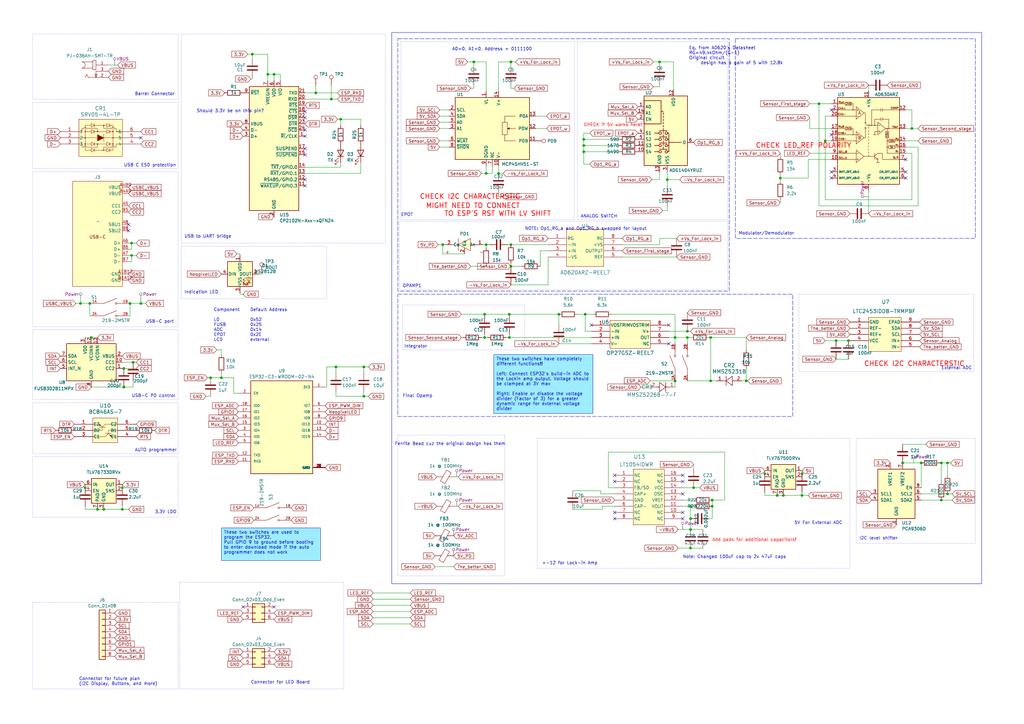
<source format=kicad_sch>
(kicad_sch (version 20230121) (generator eeschema)
  (paper "A3")
  (junction (at 50.8 151.13))
  (junction (at 328.93 203.2))
  (junction (at 388.62 202.565))
  (junction (at 342.9 139.7))
  (junction (at 149.225 162.56))
  (junction (at 42.545 208.915))
  (junction (at 53.975 99.695))
  (junction (at 306.07 156.21))
  (junction (at 37.465 138.43))
  (junction (at 370.205 189.865))
  (junction (at 109.855 30.48))
  (junction (at 321.31 203.2))
  (junction (at 318.77 203.2))
  (junction (at 239.395 62.23))
  (junction (at 208.915 138.43))
  (junction (at 283.21 217.17))
  (junction (at 292.1 207.645))
  (junction (at 181.61 100.33))
  (junction (at 283.21 207.645))
  (junction (at 313.69 194.31))
  (junction (at 320.04 73.025))
  (junction (at 291.465 138.43))
  (junction (at 208.915 128.905))
  (junction (at 347.98 139.7))
  (junction (at 338.455 57.785))
  (junction (at 199.39 100.33))
  (junction (at 239.395 59.69))
  (junction (at 270.51 25.4))
  (junction (at 103.505 22.225))
  (junction (at 377.825 189.865))
  (junction (at 50.8 158.75))
  (junction (at 204.47 71.12))
  (junction (at 335.915 42.545))
  (junction (at 198.755 138.43))
  (junction (at 34.925 200.025))
  (junction (at 388.62 189.865))
  (junction (at 135.89 40.64))
  (junction (at 209.55 109.22))
  (junction (at 209.55 100.33))
  (junction (at 292.1 205.105))
  (junction (at 239.395 57.15))
  (junction (at 386.08 205.105))
  (junction (at 283.21 212.725))
  (junction (at 240.03 128.905))
  (junction (at 137.795 150.495))
  (junction (at 199.39 71.12))
  (junction (at 57.785 124.46))
  (junction (at 291.465 156.21))
  (junction (at 36.83 124.46))
  (junction (at 33.02 124.46))
  (junction (at 90.805 154.94))
  (junction (at 198.755 128.905))
  (junction (at 54.61 148.59))
  (junction (at 53.34 124.46))
  (junction (at 328.93 194.31))
  (junction (at 276.86 138.43))
  (junction (at 86.36 154.94))
  (junction (at 50.165 208.915))
  (junction (at 139.7 48.895))
  (junction (at 53.975 104.775))
  (junction (at 40.005 208.915))
  (junction (at 284.48 200.025))
  (junction (at 112.395 30.48))
  (junction (at 281.94 138.43))
  (junction (at 209.55 25.4))
  (junction (at 229.235 128.905))
  (junction (at 374.015 52.705))
  (junction (at 273.685 73.66))
  (junction (at 149.225 150.495))
  (junction (at 281.94 135.89))
  (junction (at 129.54 38.1))
  (junction (at 50.165 200.025))
  (junction (at 276.86 156.21))
  (junction (at 386.08 189.865))
  (junction (at 194.31 25.4))
  (junction (at 283.21 224.79))
  (no_connect (at 112.395 248.92))
  (no_connect (at 340.995 55.245))
  (no_connect (at 371.475 70.485))
  (no_connect (at 125.095 73.66))
  (no_connect (at 280.035 202.565))
  (no_connect (at 340.995 70.485))
  (no_connect (at 52.705 94.615))
  (no_connect (at 252.095 212.725))
  (no_connect (at 125.095 53.34))
  (no_connect (at 340.995 45.085))
  (no_connect (at 252.095 197.485))
  (no_connect (at 274.32 133.35))
  (no_connect (at 280.035 194.945))
  (no_connect (at 252.095 210.185))
  (no_connect (at 125.095 45.72))
  (no_connect (at 99.695 248.92))
  (no_connect (at 371.475 65.405))
  (no_connect (at 340.995 73.025))
  (no_connect (at 125.095 63.5))
  (no_connect (at 280.035 212.725))
  (no_connect (at 52.705 92.075))
  (no_connect (at 280.035 197.485))
  (no_connect (at 242.57 133.35))
  (no_connect (at 125.095 76.2))
  (no_connect (at 125.095 48.26))
  (no_connect (at 57.785 56.515))
  (no_connect (at 125.095 60.96))
  (no_connect (at 274.32 140.97))
  (no_connect (at 280.035 210.185))
  (no_connect (at 252.095 194.945))
  (no_connect (at 371.475 73.025))
  (no_connect (at 125.095 55.88))
  (wire (pts (xy 374.015 62.865) (xy 374.015 81.915)))
  (wire (pts (xy 278.13 224.79) (xy 283.21 224.79)))
  (wire (pts (xy 328.93 203.2) (xy 331.47 203.2)))
  (wire (pts (xy 267.97 25.4) (xy 270.51 25.4)))
  (wire (pts (xy 103.505 32.385) (xy 103.505 31.75)))
  (wire (pts (xy 85.09 154.94) (xy 86.36 154.94)))
  (wire (pts (xy 292.1 207.645) (xy 292.1 212.725)))
  (wire (pts (xy 180.34 45.085) (xy 184.15 45.085)))
  (wire (pts (xy 328.93 194.31) (xy 328.93 195.58)))
  (wire (pts (xy 199.39 71.12) (xy 199.39 67.945)))
  (wire (pts (xy 114.935 30.48) (xy 114.935 33.02)))
  (wire (pts (xy 356.235 34.925) (xy 356.235 37.465)))
  (wire (pts (xy 332.105 62.865) (xy 340.995 62.865)))
  (wire (pts (xy 273.685 70.485) (xy 273.685 73.66)))
  (wire (pts (xy 208.915 129.54) (xy 208.915 128.905)))
  (wire (pts (xy 125.095 38.1) (xy 129.54 38.1)))
  (wire (pts (xy 318.77 203.2) (xy 321.31 203.2)))
  (wire (pts (xy 211.455 25.4) (xy 209.55 25.4)))
  (wire (pts (xy 186.69 195.58) (xy 187.96 195.58)))
  (wire (pts (xy 149.225 150.495) (xy 151.13 150.495)))
  (wire (pts (xy 243.205 128.905) (xy 240.03 128.905)))
  (wire (pts (xy 204.47 37.465) (xy 204.47 25.4)))
  (wire (pts (xy 180.34 52.705) (xy 184.15 52.705)))
  (wire (pts (xy 125.095 40.64) (xy 135.89 40.64)))
  (wire (pts (xy 241.935 54.61) (xy 239.395 54.61)))
  (wire (pts (xy 57.785 124.46) (xy 59.69 124.46)))
  (wire (pts (xy 255.27 105.41) (xy 277.495 105.41)))
  (wire (pts (xy 306.07 156.21) (xy 306.07 151.13)))
  (wire (pts (xy 168.275 255.905) (xy 153.035 255.905)))
  (wire (pts (xy 37.465 138.43) (xy 40.005 138.43)))
  (wire (pts (xy 137.795 150.495) (xy 149.225 150.495)))
  (wire (pts (xy 52.705 107.315) (xy 53.975 107.315)))
  (wire (pts (xy 98.425 120.015) (xy 98.425 120.65)))
  (wire (pts (xy 270.51 25.4) (xy 276.225 25.4)))
  (wire (pts (xy 101.6 22.225) (xy 103.505 22.225)))
  (wire (pts (xy 297.18 205.105) (xy 292.1 205.105)))
  (wire (pts (xy 50.165 200.025) (xy 50.165 201.295)))
  (wire (pts (xy 42.545 208.915) (xy 50.165 208.915)))
  (wire (pts (xy 274.32 135.89) (xy 281.94 135.89)))
  (wire (pts (xy 255.27 100.33) (xy 270.51 100.33)))
  (wire (pts (xy 221.615 109.22) (xy 221.615 102.87)))
  (wire (pts (xy 284.48 190.5) (xy 284.48 192.405)))
  (wire (pts (xy 168.275 248.285) (xy 153.035 248.285)))
  (wire (pts (xy 239.395 62.23) (xy 239.395 67.31)))
  (wire (pts (xy 52.705 124.46) (xy 53.34 124.46)))
  (wire (pts (xy 283.21 138.43) (xy 281.94 138.43)))
  (wire (pts (xy 270.51 97.79) (xy 270.51 100.33)))
  (wire (pts (xy 338.455 139.7) (xy 342.9 139.7)))
  (wire (pts (xy 98.425 120.65) (xy 99.695 120.65)))
  (wire (pts (xy 280.035 205.105) (xy 284.48 205.105)))
  (wire (pts (xy 284.48 200.025) (xy 287.02 200.025)))
  (wire (pts (xy 389.89 189.865) (xy 388.62 189.865)))
  (wire (pts (xy 190.5 104.14) (xy 181.61 104.14)))
  (wire (pts (xy 246.38 201.295) (xy 246.38 202.565)))
  (wire (pts (xy 50.165 198.755) (xy 50.165 200.025)))
  (wire (pts (xy 107.315 111.76) (xy 107.315 112.395)))
  (wire (pts (xy 328.93 193.04) (xy 328.93 194.31)))
  (wire (pts (xy 180.34 50.165) (xy 184.15 50.165)))
  (wire (pts (xy 137.795 150.495) (xy 137.795 153.035)))
  (wire (pts (xy 50.165 207.645) (xy 50.165 208.915)))
  (wire (pts (xy 236.855 128.905) (xy 240.03 128.905)))
  (wire (pts (xy 291.465 156.21) (xy 294.005 156.21)))
  (wire (pts (xy 247.015 207.645) (xy 247.015 208.915)))
  (wire (pts (xy 240.03 128.905) (xy 240.03 135.89)))
  (wire (pts (xy 197.485 71.12) (xy 199.39 71.12)))
  (wire (pts (xy 342.9 147.32) (xy 347.98 147.32)))
  (wire (pts (xy 206.375 71.12) (xy 204.47 71.12)))
  (wire (pts (xy 34.925 208.915) (xy 34.925 207.645)))
  (wire (pts (xy 283.21 217.17) (xy 283.21 212.725)))
  (wire (pts (xy 53.975 102.235) (xy 53.975 99.695)))
  (wire (pts (xy 335.915 84.455) (xy 376.555 84.455)))
  (wire (pts (xy 97.155 104.14) (xy 98.425 104.14)))
  (wire (pts (xy 209.55 25.4) (xy 209.55 27.305)))
  (wire (pts (xy 335.915 42.545) (xy 335.915 84.455)))
  (wire (pts (xy 139.7 68.58) (xy 139.7 66.675)))
  (wire (pts (xy 229.235 140.97) (xy 242.57 140.97)))
  (wire (pts (xy 84.455 162.56) (xy 86.36 162.56)))
  (wire (pts (xy 267.97 35.56) (xy 270.51 35.56)))
  (wire (pts (xy 109.855 30.48) (xy 112.395 30.48)))
  (wire (pts (xy 270.51 34.29) (xy 270.51 35.56)))
  (wire (pts (xy 147.955 48.895) (xy 147.955 51.435)))
  (wire (pts (xy 204.47 80.645) (xy 204.47 78.74)))
  (wire (pts (xy 338.455 57.785) (xy 340.995 57.785)))
  (wire (pts (xy 386.08 189.865) (xy 385.445 189.865)))
  (wire (pts (xy 103.505 22.225) (xy 109.855 22.225)))
  (wire (pts (xy 281.94 135.89) (xy 283.21 135.89)))
  (wire (pts (xy 90.805 145.415) (xy 90.805 143.51)))
  (wire (pts (xy 246.38 202.565) (xy 252.095 202.565)))
  (wire (pts (xy 135.89 34.925) (xy 135.89 40.64)))
  (wire (pts (xy 109.855 22.225) (xy 109.855 30.48)))
  (wire (pts (xy 270.51 73.66) (xy 270.51 70.485)))
  (wire (pts (xy 306.07 156.21) (xy 304.165 156.21)))
  (wire (pts (xy 210.82 36.195) (xy 209.55 36.195)))
  (wire (pts (xy 209.55 116.84) (xy 224.79 116.84)))
  (wire (pts (xy 179.705 100.33) (xy 181.61 100.33)))
  (wire (pts (xy 292.1 205.105) (xy 292.1 207.645)))
  (wire (pts (xy 125.095 68.58) (xy 139.7 68.58)))
  (wire (pts (xy 138.43 48.895) (xy 139.7 48.895)))
  (wire (pts (xy 34.925 138.43) (xy 37.465 138.43)))
  (wire (pts (xy 90.805 154.94) (xy 95.885 154.94)))
  (wire (pts (xy 129.54 38.1) (xy 138.43 38.1)))
  (wire (pts (xy 50.8 158.75) (xy 54.61 158.75)))
  (wire (pts (xy 229.235 133.35) (xy 229.235 128.905)))
  (wire (pts (xy 139.7 48.895) (xy 139.7 51.435)))
  (wire (pts (xy 332.105 42.545) (xy 335.915 42.545)))
  (wire (pts (xy 386.08 189.865) (xy 386.08 197.485)))
  (wire (pts (xy 147.955 71.12) (xy 147.955 66.675)))
  (wire (pts (xy 270.51 97.79) (xy 277.495 97.79)))
  (wire (pts (xy 291.465 156.21) (xy 291.465 138.43)))
  (wire (pts (xy 209.55 36.195) (xy 209.55 34.925)))
  (wire (pts (xy 283.21 224.79) (xy 288.29 224.79)))
  (wire (pts (xy 332.105 48.26) (xy 332.105 52.705)))
  (wire (pts (xy 276.86 128.905) (xy 276.86 138.43)))
  (wire (pts (xy 199.39 100.33) (xy 199.39 101.6)))
  (wire (pts (xy 208.915 128.905) (xy 229.235 128.905)))
  (wire (pts (xy 200.025 138.43) (xy 198.755 138.43)))
  (wire (pts (xy 50.8 151.13) (xy 50.165 151.13)))
  (wire (pts (xy 182.88 100.33) (xy 181.61 100.33)))
  (wire (pts (xy 347.98 139.7) (xy 348.615 139.7)))
  (wire (pts (xy 321.31 203.2) (xy 328.93 203.2)))
  (wire (pts (xy 139.7 48.895) (xy 147.955 48.895)))
  (wire (pts (xy 280.035 207.645) (xy 283.21 207.645)))
  (wire (pts (xy 234.95 201.295) (xy 246.38 201.295)))
  (wire (pts (xy 180.34 60.325) (xy 184.15 60.325)))
  (wire (pts (xy 44.45 26.67) (xy 48.26 26.67)))
  (wire (pts (xy 283.21 217.17) (xy 288.29 217.17)))
  (wire (pts (xy 103.505 22.225) (xy 103.505 24.13)))
  (wire (pts (xy 112.395 30.48) (xy 114.935 30.48)))
  (wire (pts (xy 33.02 124.46) (xy 36.83 124.46)))
  (wire (pts (xy 320.04 71.755) (xy 320.04 73.025)))
  (wire (pts (xy 252.095 200.025) (xy 249.555 200.025)))
  (wire (pts (xy 208.915 138.43) (xy 242.57 138.43)))
  (wire (pts (xy 189.23 138.43) (xy 189.865 138.43)))
  (wire (pts (xy 186.69 207.645) (xy 187.96 207.645)))
  (wire (pts (xy 219.71 52.705) (xy 224.155 52.705)))
  (wire (pts (xy 374.015 81.915) (xy 338.455 81.915)))
  (wire (pts (xy 133.985 150.495) (xy 137.795 150.495)))
  (wire (pts (xy 54.61 148.59) (xy 50.165 148.59)))
  (wire (pts (xy 149.225 162.56) (xy 151.13 162.56)))
  (wire (pts (xy 33.02 124.46) (xy 31.115 124.46)))
  (wire (pts (xy 209.55 100.33) (xy 224.79 100.33)))
  (wire (pts (xy 374.015 52.705) (xy 371.475 52.705)))
  (wire (pts (xy 270.51 25.4) (xy 270.51 26.67)))
  (wire (pts (xy 262.89 158.75) (xy 266.7 158.75)))
  (wire (pts (xy 208.915 128.905) (xy 198.755 128.905)))
  (wire (pts (xy 208.915 137.16) (xy 208.915 138.43)))
  (wire (pts (xy 90.805 153.035) (xy 90.805 154.94)))
  (wire (pts (xy 36.83 124.46) (xy 36.83 129.54)))
  (wire (pts (xy 107.315 112.395) (xy 106.045 112.395)))
  (wire (pts (xy 239.395 54.61) (xy 239.395 57.15)))
  (wire (pts (xy 95.885 161.29) (xy 97.79 161.29)))
  (wire (pts (xy 224.79 105.41) (xy 224.79 116.84)))
  (wire (pts (xy 98.425 104.14) (xy 98.425 104.775)))
  (wire (pts (xy 388.62 189.865) (xy 388.62 194.945)))
  (wire (pts (xy 53.975 99.695) (xy 55.88 99.695)))
  (wire (pts (xy 331.47 73.025) (xy 331.47 65.405)))
  (wire (pts (xy 297.18 185.42) (xy 297.18 205.105)))
  (wire (pts (xy 320.04 62.865) (xy 320.04 64.135)))
  (wire (pts (xy 276.225 25.4) (xy 276.225 36.83)))
  (wire (pts (xy 204.47 71.12) (xy 204.47 67.945)))
  (wire (pts (xy 283.21 207.645) (xy 284.48 207.645)))
  (wire (pts (xy 377.825 189.865) (xy 377.825 200.025)))
  (wire (pts (xy 318.77 203.2) (xy 313.69 203.2)))
  (wire (pts (xy 168.275 243.205) (xy 153.035 243.205)))
  (wire (pts (xy 376.555 60.325) (xy 371.475 60.325)))
  (wire (pts (xy 271.78 86.36) (xy 273.685 86.36)))
  (wire (pts (xy 88.9 143.51) (xy 90.805 143.51)))
  (wire (pts (xy 291.465 156.21) (xy 281.94 156.21)))
  (wire (pts (xy 178.435 232.41) (xy 186.055 232.41)))
  (wire (pts (xy 340.995 47.625) (xy 338.455 47.625)))
  (wire (pts (xy 313.69 194.31) (xy 313.69 195.58)))
  (wire (pts (xy 332.105 52.705) (xy 340.995 52.705)))
  (wire (pts (xy 57.785 123.19) (xy 57.785 124.46)))
  (wire (pts (xy 250.825 128.905) (xy 276.86 128.905)))
  (wire (pts (xy 240.03 135.89) (xy 242.57 135.89)))
  (wire (pts (xy 342.9 139.7) (xy 347.98 139.7)))
  (wire (pts (xy 194.31 25.4) (xy 199.39 25.4)))
  (wire (pts (xy 249.555 200.025) (xy 249.555 185.42)))
  (wire (pts (xy 168.275 253.365) (xy 153.035 253.365)))
  (wire (pts (xy 137.795 162.56) (xy 149.225 162.56)))
  (wire (pts (xy 376.555 84.455) (xy 376.555 60.325)))
  (wire (pts (xy 198.755 128.905) (xy 198.755 129.54)))
  (wire (pts (xy 239.395 57.15) (xy 254 57.15)))
  (wire (pts (xy 95.885 154.94) (xy 95.885 161.29)))
  (wire (pts (xy 273.685 73.66) (xy 273.685 76.835)))
  (wire (pts (xy 55.88 148.59) (xy 54.61 148.59)))
  (wire (pts (xy 153.035 245.745) (xy 168.275 245.745)))
  (wire (pts (xy 249.555 185.42) (xy 297.18 185.42)))
  (wire (pts (xy 328.93 201.93) (xy 328.93 203.2)))
  (wire (pts (xy 194.31 25.4) (xy 194.31 27.305)))
  (wire (pts (xy 52.705 99.695) (xy 53.975 99.695)))
  (wire (pts (xy 276.86 140.97) (xy 276.86 138.43)))
  (wire (pts (xy 199.39 100.33) (xy 200.66 100.33)))
  (wire (pts (xy 292.1 212.725) (xy 290.83 212.725)))
  (wire (pts (xy 135.89 40.64) (xy 138.43 40.64)))
  (wire (pts (xy 221.615 102.87) (xy 224.79 102.87)))
  (wire (pts (xy 53.34 129.54) (xy 52.705 129.54)))
  (wire (pts (xy 247.015 208.915) (xy 234.95 208.915)))
  (wire (pts (xy 34.925 208.915) (xy 40.005 208.915)))
  (wire (pts (xy 168.275 250.825) (xy 153.035 250.825)))
  (wire (pts (xy 291.465 138.43) (xy 306.07 138.43)))
  (wire (pts (xy 191.77 25.4) (xy 194.31 25.4)))
  (wire (pts (xy 198.755 137.16) (xy 198.755 138.43)))
  (wire (pts (xy 206.375 80.645) (xy 204.47 80.645)))
  (wire (pts (xy 149.225 150.495) (xy 149.225 153.035)))
  (wire (pts (xy 112.395 30.48) (xy 112.395 33.02)))
  (wire (pts (xy 193.04 36.195) (xy 194.31 36.195)))
  (wire (pts (xy 193.04 109.22) (xy 199.39 109.22)))
  (wire (pts (xy 102.87 32.385) (xy 103.505 32.385)))
  (wire (pts (xy 320.04 73.025) (xy 331.47 73.025)))
  (wire (pts (xy 374.015 52.705) (xy 374.015 45.085)))
  (wire (pts (xy 320.04 83.185) (xy 320.04 81.915)))
  (wire (pts (xy 52.705 102.235) (xy 53.975 102.235)))
  (wire (pts (xy 189.23 128.905) (xy 198.755 128.905)))
  (wire (pts (xy 356.235 78.105) (xy 356.235 87.63)))
  (wire (pts (xy 388.62 189.865) (xy 386.08 189.865)))
  (wire (pts (xy 388.62 202.565) (xy 377.825 202.565)))
  (wire (pts (xy 338.455 81.915) (xy 338.455 57.785)))
  (wire (pts (xy 53.34 124.46) (xy 57.785 124.46)))
  (wire (pts (xy 198.12 100.33) (xy 199.39 100.33)))
  (wire (pts (xy 33.02 123.19) (xy 33.02 124.46)))
  (wire (pts (xy 267.335 73.66) (xy 270.51 73.66)))
  (wire (pts (xy 239.395 59.69) (xy 254 59.69)))
  (wire (pts (xy 338.455 47.625) (xy 338.455 57.785)))
  (wire (pts (xy 239.395 67.31) (xy 241.935 67.31)))
  (wire (pts (xy 239.395 62.23) (xy 254 62.23)))
  (wire (pts (xy 37.465 158.75) (xy 50.8 158.75)))
  (wire (pts (xy 276.86 138.43) (xy 281.94 138.43)))
  (wire (pts (xy 55.88 151.13) (xy 50.8 151.13)))
  (wire (pts (xy 219.71 47.625) (xy 224.155 47.625)))
  (wire (pts (xy 40.005 208.915) (xy 42.545 208.915)))
  (wire (pts (xy 52.705 104.775) (xy 53.975 104.775)))
  (wire (pts (xy 390.525 202.565) (xy 388.62 202.565)))
  (wire (pts (xy 53.975 104.775) (xy 55.88 104.775)))
  (wire (pts (xy 390.525 205.105) (xy 386.08 205.105)))
  (wire (pts (xy 204.47 25.4) (xy 209.55 25.4)))
  (wire (pts (xy 34.925 198.755) (xy 34.925 200.025)))
  (wire (pts (xy 207.645 138.43) (xy 208.915 138.43)))
  (wire (pts (xy 180.34 47.625) (xy 184.15 47.625)))
  (wire (pts (xy 137.795 160.655) (xy 137.795 162.56)))
  (wire (pts (xy 306.07 143.51) (xy 306.07 138.43)))
  (wire (pts (xy 370.205 182.245) (xy 379.73 182.245)))
  (wire (pts (xy 53.34 124.46) (xy 53.34 129.54)))
  (wire (pts (xy 133.985 158.75) (xy 133.985 150.495)))
  (wire (pts (xy 274.32 138.43) (xy 276.86 138.43)))
  (wire (pts (xy 283.21 212.725) (xy 283.21 207.645)))
  (wire (pts (xy 377.825 205.105) (xy 386.08 205.105)))
  (wire (pts (xy 199.39 25.4) (xy 199.39 37.465)))
  (wire (pts (xy 201.93 67.945) (xy 201.93 71.12)))
  (wire (pts (xy 290.83 138.43) (xy 291.465 138.43)))
  (wire (pts (xy 239.395 59.69) (xy 239.395 62.23)))
  (wire (pts (xy 376.555 52.705) (xy 374.015 52.705)))
  (wire (pts (xy 129.54 34.925) (xy 129.54 38.1)))
  (wire (pts (xy 313.69 193.04) (xy 313.69 194.31)))
  (wire (pts (xy 180.34 57.785) (xy 184.15 57.785)))
  (wire (pts (xy 371.475 62.865) (xy 374.015 62.865)))
  (wire (pts (xy 320.04 73.025) (xy 320.04 74.295)))
  (wire (pts (xy 273.685 73.66) (xy 278.765 73.66)))
  (wire (pts (xy 53.975 107.315) (xy 53.975 104.775)))
  (wire (pts (xy 239.395 57.15) (xy 239.395 59.69)))
  (wire (pts (xy 266.7 156.21) (xy 276.86 156.21)))
  (wire (pts (xy 280.035 200.025) (xy 284.48 200.025)))
  (wire (pts (xy 371.475 45.085) (xy 374.015 45.085)))
  (wire (pts (xy 133.35 158.75) (xy 133.985 158.75)))
  (wire (pts (xy 281.94 140.97) (xy 281.94 138.43)))
  (wire (pts (xy 208.28 100.33) (xy 209.55 100.33)))
  (wire (pts (xy 125.095 71.12) (xy 147.955 71.12)))
  (wire (pts (xy 276.86 156.21) (xy 276.86 158.75)))
  (wire (pts (xy 181.61 104.14) (xy 181.61 100.33)))
  (wire (pts (xy 306.07 156.21) (xy 306.705 156.21)))
  (wire (pts (xy 109.855 30.48) (xy 109.855 33.02)))
  (wire (pts (xy 36.83 129.54) (xy 37.465 129.54)))
  (wire (pts (xy 209.55 107.95) (xy 209.55 109.22)))
  (wire (pts (xy 36.83 124.46) (xy 37.465 124.46)))
  (wire (pts (xy 201.93 71.12) (xy 199.39 71.12)))
  (wire (pts (xy 34.925 200.025) (xy 34.925 201.295)))
  (wire (pts (xy 370.205 189.865) (xy 377.825 189.865)))
  (wire (pts (xy 194.31 36.195) (xy 194.31 34.925)))
  (wire (pts (xy 86.36 154.94) (xy 90.805 154.94)))
  (wire (pts (xy 278.13 217.17) (xy 283.21 217.17)))
  (wire (pts (xy 331.47 65.405) (xy 340.995 65.405)))
  (wire (pts (xy 273.685 86.36) (xy 273.685 84.455)))
  (wire (pts (xy 335.915 42.545) (xy 340.995 42.545)))
  (wire (pts (xy 247.015 207.645) (xy 252.095 207.645)))
  (wire (pts (xy 376.555 57.785) (xy 371.475 57.785)))
  (wire (pts (xy 50.165 208.915) (xy 52.705 208.915)))
  (wire (pts (xy 149.225 160.655) (xy 149.225 162.56)))
  (wire (pts (xy 197.485 138.43) (xy 198.755 138.43)))
  (wire (pts (xy 54.61 158.75) (xy 54.61 156.21)))
  (wire (pts (xy 313.69 203.2) (xy 313.69 201.93)))
  (wire (pts (xy 209.55 109.22) (xy 213.995 109.22)))
  (rectangle (start 13.335 13.97) (end 73.025 40.64) (stroke (width 0) (type dot)))
  (rectangle (start 220.345 179.705) (end 348.615 233.045) (stroke (width 0) (type dot)))
  (rectangle (start 163.195 120.65) (end 325.12 170.815) (stroke (width 0) (type dash)))
  (rectangle (start 163.195 178.435) (end 207.01 236.22) (stroke (width 0) (type dot)))
  (rectangle (start 163.83 90.805) (end 298.45 118.745) (stroke (width 0) (type dot)))
  (rectangle (start 236.855 17.145) (end 298.45 90.17) (stroke (width 0) (type dot)))
  (rectangle (start 74.295 13.97) (end 158.115 99.695) (stroke (width 0) (type dot)))
  (rectangle (start 160.655 13.335) (end 402.59 239.395))
  (rectangle (start 327.66 120.65) (end 399.415 152.4) (stroke (width 0) (type dot)))
  (rectangle (start 165.1 125.095) (end 215.265 143.51) (stroke (width 0) (type dot)))
  (rectangle (start 164.465 17.145) (end 235.585 90.17) (stroke (width 0) (type dot)))
  (rectangle (start 13.335 187.325) (end 73.025 212.09) (stroke (width 0) (type dot)))
  (rectangle (start 13.335 135.255) (end 73.025 163.83) (stroke (width 0) (type dot)))
  (rectangle (start 13.335 70.485) (end 73.025 133.985) (stroke (width 0) (type dot)))
  (rectangle (start 163.195 15.875) (end 299.085 119.38) (stroke (width 0) (type dash)))
  (rectangle (start 351.155 179.705) (end 400.05 222.885) (stroke (width 0) (type dot)))
  (rectangle (start 13.335 247.015) (end 73.025 282.575) (stroke (width 0) (type dot)))
  (rectangle (start 301.625 15.875) (end 400.05 97.79) (stroke (width 0) (type dash)))
  (rectangle (start 73.66 238.76) (end 140.97 282.575) (stroke (width 0) (type dot)))
  (rectangle (start 74.295 100.965) (end 133.985 122.555) (stroke (width 0) (type dot)))
  (rectangle (start 13.335 41.91) (end 73.025 69.215) (stroke (width 0) (type dot)))
  (rectangle (start 13.335 165.1) (end 73.025 186.055) (stroke (width 0) (type dot)))
  (text_box "These two switches are used to program the ESP32.\nPull GPIO 9 to ground before booting to enter download mode if the auto programmer does not work" (at 90.805 216.535 0) (size 40.64 13.335) (fill (type color) (color 157 236 255 1)) (effects (font (size 1.27 1.27)) (justify left top)))
  (text_box "These two switches have completely different functions!!\n\nLeft: Connect ESP32's build-in ADC to the Lockin amp output. Voltage should be clamped at 3V max\n\nRight: Enable or disable the voltage divider (Factor of 3) for a greater dynamic range for external voltage divider" (at 202.565 145.415 0) (size 40.64 24.13) (fill (type color) (color 157 236 255 1)) (effects (font (size 1.27 1.27)) (justify left top)))
  (text "CHECK I2C CHARACTERSTIC\n" (at 354.33 150.495 0) (effects (font (size 2 2) (thickness 0.254) bold) (justify left bottom)))
  (text "Ferrite Bead cuz the original design has them" (at 161.925 182.88 0) (effects (font (size 1.27 1.27)) (justify left bottom)))
  (text "MIGHT NEED TO CONNECT \n	TO ESP'S RST WITH LV SHIFT" (at 174.625 88.9 0) (effects (font (size 2 2) (thickness 0.254) bold) (justify left bottom)))
  (text "Barrel Connector" (at 55.245 39.37 0) (effects (font (size 1.27 1.27)) (justify left bottom)))
  (text "Component	Default Address\n\nL0		 	0x52\nFUSB		0x25\nADC			0x14\nEPOT		0x2E\nLCD			external\n\n" (at 87.63 142.24 0) (effects (font (size 1.27 1.27)) (justify left bottom)))
  (text "+-12 for Lock-in Amp" (at 222.25 231.775 0) (effects (font (size 1.27 1.27)) (justify left bottom)))
  (text "CHECK if 5V works here!" (at 239.395 52.07 0) (effects (font (size 1.27 1.27)) (justify left bottom)))
  (text "USB-C port\n" (at 59.69 132.715 0) (effects (font (size 1.27 1.27)) (justify left bottom)))
  (text "EPOT\n" (at 164.465 88.9 0) (effects (font (size 1.27 1.27)) (justify left bottom)))
  (text "Connector for future plan \n(I2C Display, Buttons, and more)" (at 32.385 281.305 0) (effects (font (size 1.27 1.27)) (justify left bottom)))
  (text "AUTO programmer\n" (at 55.245 185.42 0) (effects (font (size 1.27 1.27)) (justify left bottom)))
  (text "OPAMP1\n" (at 165.1 118.11 0) (effects (font (size 1.27 1.27)) (justify left bottom)))
  (text "USB to UART bridge\n" (at 75.565 97.79 0) (effects (font (size 1.27 1.27)) (justify left bottom)))
  (text "NOTE: Op1_RG_a and Op1_RG_b swapped for layout\n" (at 215.265 94.615 0) (effects (font (size 1.27 1.27)) (justify left bottom)))
  (text "USB C ESD protection" (at 50.8 68.58 0) (effects (font (size 1.27 1.27)) (justify left bottom)))
  (text "ANALOG SWITCH\n" (at 238.125 89.535 0) (effects (font (size 1.27 1.27)) (justify left bottom)))
  (text "Eq. from AD620's Datasheet\nRG=49.4kOhm/(G-1)\nOriginal circuit \n	design has a gain of 5 with 12.8k\n" (at 282.575 26.67 0) (effects (font (size 1.27 1.27)) (justify left bottom)))
  (text "Indication LED\n" (at 75.565 120.65 0) (effects (font (size 1.27 1.27)) (justify left bottom)))
  (text "Note: Changed 100uF cap to 2x 47uF caps" (at 280.035 229.235 0) (effects (font (size 1.27 1.27)) (justify left bottom)))
  (text "I2C level shifter" (at 352.425 221.615 0) (effects (font (size 1.27 1.27)) (justify left bottom)))
  (text "3.3V LDO\n" (at 63.5 210.82 0) (effects (font (size 1.27 1.27)) (justify left bottom)))
  (text "Connector for LED Board\n" (at 102.87 280.67 0) (effects (font (size 1.27 1.27)) (justify left bottom)))
  (text "External ADC\n" (at 386.08 151.765 0) (effects (font (size 1.27 1.27)) (justify left bottom)))
  (text "CHECK LED_REF POLARITY" (at 309.88 60.96 0) (effects (font (size 2 2) (thickness 0.254) bold) (justify left bottom)))
  (text "CHECK I2C CHARACTERSTIC\n" (at 172.085 81.915 0) (effects (font (size 2 2) (thickness 0.254) bold) (justify left bottom)))
  (text "USB-C PD control" (at 53.975 163.195 0) (effects (font (size 1.27 1.27)) (justify left bottom)))
  (text "Final Opamp\n" (at 165.1 163.195 0) (effects (font (size 1.27 1.27)) (justify left bottom)))
  (text "A0=0, A1=0, Address = 0111100" (at 185.42 20.955 0) (effects (font (size 1.27 1.27)) (justify left bottom)))
  (text "Integrator" (at 165.735 142.875 0) (effects (font (size 1.27 1.27)) (justify left bottom)))
  (text "5V For External ADC\n" (at 325.755 215.265 0) (effects (font (size 1.27 1.27)) (justify left bottom)))
  (text "Add pads for additional capacitors!" (at 292.1 222.25 0) (effects (font (size 1.27 1.27)) (justify left bottom)))
  (text "Modulator/Demodulator" (at 302.895 96.52 0) (effects (font (size 1.27 1.27)) (justify left bottom)))
  (text "Should 3.3V be on this pin?\n" (at 80.645 46.355 0) (effects (font (size 1.27 1.27)) (justify left bottom)))
  (global_label "Sensor_GND" (shape input) (at 277.495 105.41 0) (property "Intersheetrefs" "${INTERSHEET_REFS}" (effects hide)))
  (global_label "SDA" (shape input) (at 24.765 146.05 180) (property "Intersheetrefs" "${INTERSHEET_REFS}" (effects hide)))
  (global_label "Sensor_GND" (shape input) (at 281.94 128.27 0) (property "Intersheetrefs" "${INTERSHEET_REFS}" (effects hide)))
  (global_label "VBUS" (shape input) (at 313.69 193.04 180) (property "Intersheetrefs" "${INTERSHEET_REFS}" (effects hide)))
  (global_label "CC2" (shape input) (at 57.785 59.055 0) (property "Intersheetrefs" "${INTERSHEET_REFS}" (effects hide)))
  (global_label "LED_REF" (shape input) (at 99.695 251.46 180) (property "Intersheetrefs" "${INTERSHEET_REFS}" (effects hide)))
  (global_label "Sensor_GND" (shape input) (at 180.34 52.705 180) (property "Intersheetrefs" "${INTERSHEET_REFS}" (effects hide)))
  (global_label "LED_REF" (shape input) (at 153.035 243.205 180) (property "Intersheetrefs" "${INTERSHEET_REFS}" (effects hide)))
  (global_label "Sensor_GND" (shape input) (at 180.34 57.785 180) (property "Intersheetrefs" "${INTERSHEET_REFS}" (effects hide)))
  (global_label "3.3V" (shape input) (at 99.695 50.8 180) (property "Intersheetrefs" "${INTERSHEET_REFS}" (effects hide)))
  (global_label "+Vs_For_Lock_in" (shape input) (at 356.235 34.925 180) (property "Intersheetrefs" "${INTERSHEET_REFS}" (effects hide)))
  (global_label "NeopixelLED" (shape input) (at 133.35 168.91 0) (property "Intersheetrefs" "${INTERSHEET_REFS}" (effects hide)))
  (global_label "GND" (shape input) (at 153.035 245.745 180) (property "Intersheetrefs" "${INTERSHEET_REFS}" (effects hide)))
  (global_label "5V_ADC" (shape input) (at 186.055 219.71 0) (property "Intersheetrefs" "${INTERSHEET_REFS}" (effects hide)))
  (global_label "Sensor_GND" (shape input) (at 209.55 109.22 180) (property "Intersheetrefs" "${INTERSHEET_REFS}" (effects hide)))
  (global_label "CC1" (shape input) (at 57.785 53.975 0) (property "Intersheetrefs" "${INTERSHEET_REFS}" (effects hide)))
  (global_label "VBUS" (shape input) (at 59.69 124.46 0) (property "Intersheetrefs" "${INTERSHEET_REFS}" (effects hide)))
  (global_label "VBUS" (shape input) (at 287.02 200.025 0) (property "Intersheetrefs" "${INTERSHEET_REFS}" (effects hide)))
  (global_label "5V" (shape input) (at 191.77 25.4 180) (property "Intersheetrefs" "${INTERSHEET_REFS}" (effects hide)))
  (global_label "USBC_VBUS" (shape input) (at 52.705 79.375 0) (property "Intersheetrefs" "${INTERSHEET_REFS}" (effects hide)))
  (global_label "Sensor_GND" (shape input) (at 363.855 34.925 0) (property "Intersheetrefs" "${INTERSHEET_REFS}" (effects hide)))
  (global_label "5V_SCL" (shape input) (at 180.34 45.085 180) (property "Intersheetrefs" "${INTERSHEET_REFS}" (effects hide)))
  (global_label "Sensor_GND" (shape input) (at 189.23 128.905 180) (property "Intersheetrefs" "${INTERSHEET_REFS}" (effects hide)))
  (global_label "ESP_EN" (shape input) (at 85.09 154.94 180) (property "Intersheetrefs" "${INTERSHEET_REFS}" (effects hide)))
  (global_label "CC1" (shape input) (at 52.705 84.455 0) (property "Intersheetrefs" "${INTERSHEET_REFS}" (effects hide)))
  (global_label "GND" (shape input) (at 44.45 31.75 0) (property "Intersheetrefs" "${INTERSHEET_REFS}" (effects hide)))
  (global_label "GND" (shape input) (at 102.87 32.385 180) (property "Intersheetrefs" "${INTERSHEET_REFS}" (effects hide)))
  (global_label "Mux_Sel_A" (shape input) (at 97.79 171.45 180) (property "Intersheetrefs" "${INTERSHEET_REFS}" (effects hide)))
  (global_label "3.3V" (shape input) (at 88.9 143.51 180) (property "Intersheetrefs" "${INTERSHEET_REFS}" (effects hide)))
  (global_label "GND" (shape input) (at 46.99 251.46 0) (property "Intersheetrefs" "${INTERSHEET_REFS}" (effects hide)))
  (global_label "+Vs_For_Lock_in" (shape input) (at 277.495 97.79 0) (property "Intersheetrefs" "${INTERSHEET_REFS}" (effects hide)))
  (global_label "ESP_RXD" (shape input) (at 97.79 189.23 180) (property "Intersheetrefs" "${INTERSHEET_REFS}" (effects hide)))
  (global_label "SCL" (shape input) (at 357.505 202.565 180) (property "Intersheetrefs" "${INTERSHEET_REFS}" (effects hide)))
  (global_label "-Vs_For_Lock_in" (shape input) (at 229.235 140.97 180) (property "Intersheetrefs" "${INTERSHEET_REFS}" (effects hide)))
  (global_label "5V_SDA" (shape input) (at 180.34 47.625 180) (property "Intersheetrefs" "${INTERSHEET_REFS}" (effects hide)))
  (global_label "GND" (shape input) (at 151.13 162.56 0) (property "Intersheetrefs" "${INTERSHEET_REFS}" (effects hide)))
  (global_label "Sensor_GND" (shape input) (at 267.97 35.56 180) (property "Intersheetrefs" "${INTERSHEET_REFS}" (effects hide)))
  (global_label "5V_SDA" (shape input) (at 377.19 134.62 0) (property "Intersheetrefs" "${INTERSHEET_REFS}" (effects hide)))
  (global_label "GND" (shape input) (at 84.455 162.56 180) (property "Intersheetrefs" "${INTERSHEET_REFS}" (effects hide)))
  (global_label "3.3V" (shape input) (at 50.165 198.755 0) (property "Intersheetrefs" "${INTERSHEET_REFS}" (effects hide)))
  (global_label "Op1_RG_b" (shape input) (at 284.48 58.42 0) (property "Intersheetrefs" "${INTERSHEET_REFS}" (effects hide)))
  (global_label "EPOT_a" (shape input) (at 224.155 47.625 0) (property "Intersheetrefs" "${INTERSHEET_REFS}" (effects hide)))
  (global_label "Sensor_GND" (shape input) (at 210.82 36.195 0) (property "Intersheetrefs" "${INTERSHEET_REFS}" (effects hide)))
  (global_label "5V" (shape input) (at 178.435 227.965 180) (property "Intersheetrefs" "${INTERSHEET_REFS}" (effects hide)))
  (global_label "CC2" (shape input) (at 55.88 151.13 0) (property "Intersheetrefs" "${INTERSHEET_REFS}" (effects hide)))
  (global_label "The_better_GND" (shape input) (at 377.19 142.24 0) (property "Intersheetrefs" "${INTERSHEET_REFS}" (effects hide)))
  (global_label "Op1_RG_a" (shape input) (at 255.27 97.79 0) (property "Intersheetrefs" "${INTERSHEET_REFS}" (effects hide)))
  (global_label "GND" (shape input) (at 133.35 191.77 0) (property "Intersheetrefs" "${INTERSHEET_REFS}" (effects hide)))
  (global_label "3.3V" (shape input) (at 40.005 138.43 0) (property "Intersheetrefs" "${INTERSHEET_REFS}" (effects hide)))
  (global_label "VBUS" (shape input) (at 179.07 195.58 180) (property "Intersheetrefs" "${INTERSHEET_REFS}" (effects hide)))
  (global_label "DTR" (shape input) (at 63.5 176.53 0) (property "Intersheetrefs" "${INTERSHEET_REFS}" (effects hide)))
  (global_label "Sensor_GND" (shape input) (at 332.105 48.26 180) (property "Intersheetrefs" "${INTERSHEET_REFS}" (effects hide)))
  (global_label "Mux_Sel_A" (shape input) (at 261.62 43.815 180) (property "Intersheetrefs" "${INTERSHEET_REFS}" (effects hide)))
  (global_label "ESP_PWM_DIM" (shape input) (at 133.35 166.37 0) (property "Intersheetrefs" "${INTERSHEET_REFS}" (effects hide)))
  (global_label "GND" (shape input) (at 119.38 213.36 0) (property "Intersheetrefs" "${INTERSHEET_REFS}" (effects hide)))
  (global_label "Sensor_GND" (shape input) (at 306.705 156.21 0) (property "Intersheetrefs" "${INTERSHEET_REFS}" (effects hide)))
  (global_label "Sensor_GND" (shape input) (at 376.555 57.785 0) (property "Intersheetrefs" "${INTERSHEET_REFS}" (effects hide)))
  (global_label "D-" (shape input) (at 55.88 104.775 0) (property "Intersheetrefs" "${INTERSHEET_REFS}" (effects hide)))
  (global_label "5V" (shape input) (at 261.62 48.895 180) (property "Intersheetrefs" "${INTERSHEET_REFS}" (effects hide)))
  (global_label "SDA" (shape input) (at 46.99 259.08 0) (property "Intersheetrefs" "${INTERSHEET_REFS}" (effects hide)))
  (global_label "USBC_VBUS" (shape input) (at 52.705 76.835 0) (property "Intersheetrefs" "${INTERSHEET_REFS}" (effects hide)))
  (global_label "ESP_RXD" (shape input) (at 138.43 38.1 0) (property "Intersheetrefs" "${INTERSHEET_REFS}" (effects hide)))
  (global_label "SCL" (shape input) (at 24.765 148.59 180) (property "Intersheetrefs" "${INTERSHEET_REFS}" (effects hide)))
  (global_label "Sensor_GND" (shape input) (at 267.335 73.66 180) (property "Intersheetrefs" "${INTERSHEET_REFS}" (effects hide)))
  (global_label "CC1" (shape input) (at 55.88 148.59 0) (property "Intersheetrefs" "${INTERSHEET_REFS}" (effects hide)))
  (global_label "Sensor_GND" (shape input) (at 348.615 87.63 180) (property "Intersheetrefs" "${INTERSHEET_REFS}" (effects hide)))
  (global_label "D-" (shape input) (at 99.695 53.34 180) (property "Intersheetrefs" "${INTERSHEET_REFS}" (effects hide)))
  (global_label "-VBUS" (shape input) (at 179.07 207.645 180) (property "Intersheetrefs" "${INTERSHEET_REFS}" (effects hide)))
  (global_label "3.3V" (shape input) (at 112.395 267.335 0) (property "Intersheetrefs" "${INTERSHEET_REFS}" (effects hide)))
  (global_label "Sensor_Analog" (shape input) (at 377.19 139.7 0) (property "Intersheetrefs" "${INTERSHEET_REFS}" (effects hide)))
  (global_label "ESP_EN" (shape input) (at 104.14 208.28 180) (property "Intersheetrefs" "${INTERSHEET_REFS}" (effects hide)))
  (global_label "GND" (shape input) (at 119.38 208.28 0) (property "Intersheetrefs" "${INTERSHEET_REFS}" (effects hide)))
  (global_label "5V" (shape input) (at 180.34 60.325 180) (property "Intersheetrefs" "${INTERSHEET_REFS}" (effects hide)))
  (global_label "Sensor_GND" (shape input) (at 271.78 86.36 180) (property "Intersheetrefs" "${INTERSHEET_REFS}" (effects hide)))
  (global_label "D+" (shape input) (at 99.695 55.88 180) (property "Intersheetrefs" "${INTERSHEET_REFS}" (effects hide)))
  (global_label "Mux_Sel_B" (shape input) (at 46.99 269.24 0) (property "Intersheetrefs" "${INTERSHEET_REFS}" (effects hide)))
  (global_label "Mux_Sel_B" (shape input) (at 261.62 46.355 180) (property "Intersheetrefs" "${INTERSHEET_REFS}" (effects hide)))
  (global_label "GPIO9" (shape input) (at 104.14 213.36 180) (property "Intersheetrefs" "${INTERSHEET_REFS}" (effects hide)))
  (global_label "3.3V" (shape input) (at 92.075 38.1 180) (property "Intersheetrefs" "${INTERSHEET_REFS}" (effects hide)))
  (global_label "VBUS" (shape input) (at 168.275 248.285 0) (property "Intersheetrefs" "${INTERSHEET_REFS}" (effects hide)))
  (global_label "GND" (shape input) (at 37.465 158.75 180) (property "Intersheetrefs" "${INTERSHEET_REFS}" (effects hide)))
  (global_label "-Vs_For_Lock_in" (shape input) (at 356.235 87.63 0) (property "Intersheetrefs" "${INTERSHEET_REFS}" (effects hide)))
  (global_label "ESP_ADC" (shape input) (at 97.79 166.37 180) (property "Intersheetrefs" "${INTERSHEET_REFS}" (effects hide)))
  (global_label "VBUS" (shape input) (at 112.395 254 0) (property "Intersheetrefs" "${INTERSHEET_REFS}" (effects hide)))
  (global_label "Sensor_Second_stage" (shape input) (at 376.555 52.705 0) (property "Intersheetrefs" "${INTERSHEET_REFS}" (effects hide)))
  (global_label "3.3V" (shape input) (at 365.125 189.865 180) (property "Intersheetrefs" "${INTERSHEET_REFS}" (effects hide)))
  (global_label "CC2" (shape input) (at 52.705 86.995 0) (property "Intersheetrefs" "${INTERSHEET_REFS}" (effects hide)))
  (global_label "SDA" (shape input) (at 97.79 179.07 180) (property "Intersheetrefs" "${INTERSHEET_REFS}" (effects hide)))
  (global_label "GPIO9" (shape input) (at 133.35 171.45 0) (property "Intersheetrefs" "${INTERSHEET_REFS}" (effects hide)))
  (global_label "LED_REF" (shape input) (at 168.275 243.205 0) (property "Intersheetrefs" "${INTERSHEET_REFS}" (effects hide)))
  (global_label "LED_REF" (shape input) (at 97.79 181.61 180) (property "Intersheetrefs" "${INTERSHEET_REFS}" (effects hide)))
  (global_label "Sensor_GND" (shape input) (at 168.275 245.745 0) (property "Intersheetrefs" "${INTERSHEET_REFS}" (effects hide)))
  (global_label "VBUS" (shape input) (at 112.395 272.415 0) (property "Intersheetrefs" "${INTERSHEET_REFS}" (effects hide)))
  (global_label "5V_SCL" (shape input) (at 390.525 202.565 0) (property "Intersheetrefs" "${INTERSHEET_REFS}" (effects hide)))
  (global_label "GND" (shape input) (at 52.705 114.935 0) (property "Intersheetrefs" "${INTERSHEET_REFS}" (effects hide)))
  (global_label "VBUS" (shape input) (at 48.26 26.67 0) (property "Intersheetrefs" "${INTERSHEET_REFS}" (effects hide)))
  (global_label "RTS" (shape input) (at 125.095 43.18 0) (property "Intersheetrefs" "${INTERSHEET_REFS}" (effects hide)))
  (global_label "3.3V" (shape input) (at 101.6 22.225 180) (property "Intersheetrefs" "${INTERSHEET_REFS}" (effects hide)))
  (global_label "GPIO9" (shape input) (at 55.88 173.99 0) (property "Intersheetrefs" "${INTERSHEET_REFS}" (effects hide)))
  (global_label "NeopixelLED" (shape input) (at 90.805 112.395 180) (property "Intersheetrefs" "${INTERSHEET_REFS}" (effects hide)))
  (global_label "+Vs_For_Lock_in" (shape input) (at 320.04 62.865 180) (property "Intersheetrefs" "${INTERSHEET_REFS}" (effects hide)))
  (global_label "GND" (shape input) (at 44.45 29.21 0) (property "Intersheetrefs" "${INTERSHEET_REFS}" (effects hide)))
  (global_label "5V_PD" (shape input) (at 186.055 227.965 0) (property "Intersheetrefs" "${INTERSHEET_REFS}" (effects hide)))
  (global_label "ESP_TXD" (shape input) (at 138.43 40.64 0) (property "Intersheetrefs" "${INTERSHEET_REFS}" (effects hide)))
  (global_label "GND" (shape input) (at 99.695 254 180) (property "Intersheetrefs" "${INTERSHEET_REFS}" (effects hide)))
  (global_label "SDA" (shape input) (at 357.505 205.105 180) (property "Intersheetrefs" "${INTERSHEET_REFS}" (effects hide)))
  (global_label "SCL" (shape input) (at 46.99 256.54 0) (property "Intersheetrefs" "${INTERSHEET_REFS}" (effects hide)))
  (global_label "The_better_GND" (shape input) (at 193.04 109.22 180) (property "Intersheetrefs" "${INTERSHEET_REFS}" (effects hide)))
  (global_label "Sensor_First_stage" (shape input) (at 332.105 42.545 180) (property "Intersheetrefs" "${INTERSHEET_REFS}" (effects hide)))
  (global_label "Sensor_GND" (shape input) (at 278.13 224.79 180) (property "Intersheetrefs" "${INTERSHEET_REFS}" (effects hide)))
  (global_label "Mux_Sel_B" (shape input) (at 97.79 173.99 180) (property "Intersheetrefs" "${INTERSHEET_REFS}" (effects hide)))
  (global_label "SCL" (shape input) (at 97.79 176.53 180) (property "Intersheetrefs" "${INTERSHEET_REFS}" (effects hide)))
  (global_label "Sensor_GND" (shape input) (at 320.04 83.185 180) (property "Intersheetrefs" "${INTERSHEET_REFS}" (effects hide)))
  (global_label "Sensor_Analog" (shape input) (at 306.07 138.43 0) (property "Intersheetrefs" "${INTERSHEET_REFS}" (effects hide)))
  (global_label "Sensor_Second_stage" (shape input) (at 189.23 138.43 180) (property "Intersheetrefs" "${INTERSHEET_REFS}" (effects hide)))
  (global_label "+Vs_For_Lock_in" (shape input) (at 211.455 25.4 0) (property "Intersheetrefs" "${INTERSHEET_REFS}" (effects hide)))
  (global_label "GND" (shape input) (at 46.99 261.62 0) (property "Intersheetrefs" "${INTERSHEET_REFS}" (effects hide)))
  (global_label "Sensor_GND" (shape input) (at 193.04 36.195 180) (property "Intersheetrefs" "${INTERSHEET_REFS}" (effects hide)))
  (global_label "+Vs_For_Lock_in" (shape input) (at 187.96 195.58 0) (property "Intersheetrefs" "${INTERSHEET_REFS}" (effects hide)))
  (global_label "GPIO1" (shape input) (at 97.79 168.91 180) (property "Intersheetrefs" "${INTERSHEET_REFS}" (effects hide)))
  (global_label "Sensor_First_stage" (shape input) (at 255.27 102.87 0) (property "Intersheetrefs" "${INTERSHEET_REFS}" (effects hide)))
  (global_label "SCL" (shape input) (at 153.035 255.905 180) (property "Intersheetrefs" "${INTERSHEET_REFS}" (effects hide)))
  (global_label "3.3V" (shape input) (at 151.13 150.495 0) (property "Intersheetrefs" "${INTERSHEET_REFS}" (effects hide)))
  (global_label "Sensor_GND" (shape input) (at 180.34 50.165 180) (property "Intersheetrefs" "${INTERSHEET_REFS}" (effects hide)))
  (global_label "-VBUS" (shape input) (at 278.13 217.17 180) (property "Intersheetrefs" "${INTERSHEET_REFS}" (effects hide)))
  (global_label "Sensor_GND" (shape input) (at 342.9 147.32 180) (property "Intersheetrefs" "${INTERSHEET_REFS}" (effects hide)))
  (global_label "ESP_ADC" (shape input) (at 168.275 250.825 0) (property "Intersheetrefs" "${INTERSHEET_REFS}" (effects hide)))
  (global_label "3.3V" (shape input) (at 138.43 48.895 180) (property "Intersheetrefs" "${INTERSHEET_REFS}" (effects hide)))
  (global_label "+Vs_For_Lock_in" (shape input) (at 267.97 25.4 180) (property "Intersheetrefs" "${INTERSHEET_REFS}" (effects hide)))
  (global_label "Sensor_GND" (shape input) (at 262.89 158.75 180) (property "Intersheetrefs" "${INTERSHEET_REFS}" (effects hide)))
  (global_label "GND" (shape input) (at 52.705 208.915 0) (property "Intersheetrefs" "${INTERSHEET_REFS}" (effects hide)))
  (global_label "-Vs_For_Lock_in" (shape input) (at 209.55 116.84 180) (property "Intersheetrefs" "${INTERSHEET_REFS}" (effects hide)))
  (global_label "5V_SCL" (shape input) (at 377.19 137.16 0) (property "Intersheetrefs" "${INTERSHEET_REFS}" (effects hide)))
  (global_label "DTR" (shape input) (at 125.095 50.8 0) (property "Intersheetrefs" "${INTERSHEET_REFS}" (effects hide)))
  (global_label "VBUS" (shape input) (at 34.925 198.755 180) (property "Intersheetrefs" "${INTERSHEET_REFS}" (effects hide)))
  (global_label "ESP_ADC" (shape input) (at 153.035 250.825 180) (property "Intersheetrefs" "${INTERSHEET_REFS}" (effects hide)))
  (global_label "GND" (shape input) (at 52.705 112.395 0) (property "Intersheetrefs" "${INTERSHEET_REFS}" (effects hide)))
  (global_label "Sensor_GND" (shape input) (at 197.485 71.12 180) (property "Intersheetrefs" "${INTERSHEET_REFS}" (effects hide)))
  (global_label "SDA" (shape input) (at 112.395 269.875 0) (property "Intersheetrefs" "${INTERSHEET_REFS}" (effects hide)))
  (global_label "+Vs_For_Lock_in" (shape input) (at 283.21 135.89 0) (property "Intersheetrefs" "${INTERSHEET_REFS}" (effects hide)))
  (global_label "ESP_EN" (shape input) (at 30.48 179.07 180) (property "Intersheetrefs" "${INTERSHEET_REFS}" (effects hide)))
  (global_label "DTR" (shape input) (at 30.48 173.99 180) (property "Intersheetrefs" "${INTERSHEET_REFS}" (effects hide)))
  (global_label "LED_REF" (shape input) (at 332.105 62.865 180) (property "Intersheetrefs" "${INTERSHEET_REFS}" (effects hide)))
  (global_label "Sensor_GND" (shape input) (at 367.665 215.265 180) (property "Intersheetrefs" "${INTERSHEET_REFS}" (effects hide)))
  (global_label "The_better_GND" (shape input) (at 348.615 134.62 180) (property "Intersheetrefs" "${INTERSHEET_REFS}" (effects hide)))
  (global_label "VBUS" (shape input) (at 50.165 146.05 0) (property "Intersheetrefs" "${INTERSHEET_REFS}" (effects hide)))
  (global_label "-Vs_For_Lock_in" (shape input) (at 206.375 71.12 0) (property "Intersheetrefs" "${INTERSHEET_REFS}" (effects hide)))
  (global_label "ESP_PWM_DIM" (shape input) (at 112.395 251.46 0) (property "Intersheetrefs" "${INTERSHEET_REFS}" (effects hide)))
  (global_label "USBC_VBUS" (shape input) (at 31.115 124.46 180) (property "Intersheetrefs" "${INTERSHEET_REFS}" (effects hide)))
  (global_label "VBUS" (shape input) (at 153.035 248.285 180) (property "Intersheetrefs" "${INTERSHEET_REFS}" (effects hide)))
  (global_label "Sensor_GND" (shape input) (at 331.47 203.2 0) (property "Intersheetrefs" "${INTERSHEET_REFS}" (effects hide)))
  (global_label "The_better_GND" (shape input) (at 186.055 232.41 0) (property "Intersheetrefs" "${INTERSHEET_REFS}" (effects hide)))
  (global_label "Sensor_GND" (shape input) (at 284.48 190.5 180) (property "Intersheetrefs" "${INTERSHEET_REFS}" (effects hide)))
  (global_label "5V" (shape input) (at 338.455 139.7 180) (property "Intersheetrefs" "${INTERSHEET_REFS}" (effects hide)))
  (global_label "Sensor_GND" (shape input) (at 377.19 132.08 0) (property "Intersheetrefs" "${INTERSHEET_REFS}" (effects hide)))
  (global_label "RTS" (shape input) (at 55.88 179.07 0) (property "Intersheetrefs" "${INTERSHEET_REFS}" (effects hide)))
  (global_label "Op1_RG_a" (shape input) (at 241.935 67.31 0) (property "Intersheetrefs" "${INTERSHEET_REFS}" (effects hide)))
  (global_label "D-" (shape input) (at 24.765 59.055 180) (property "Intersheetrefs" "${INTERSHEET_REFS}" (effects hide)))
  (global_label "5V" (shape input) (at 178.435 219.71 180) (property "Intersheetrefs" "${INTERSHEET_REFS}" (effects hide)))
  (global_label "Sensor_GND" (shape input) (at 348.615 132.08 180) (property "Intersheetrefs" "${INTERSHEET_REFS}" (effects hide)))
  (global_label "D-" (shape input) (at 133.35 176.53 0) (property "Intersheetrefs" "${INTERSHEET_REFS}" (effects hide)))
  (global_label "5V_SDA" (shape input) (at 390.525 205.105 0) (property "Intersheetrefs" "${INTERSHEET_REFS}" (effects hide)))
  (global_label "ESP_TXD" (shape input) (at 97.79 186.69 180) (property "Intersheetrefs" "${INTERSHEET_REFS}" (effects hide)))
  (global_label "SCL" (shape input) (at 168.275 255.905 0) (property "Intersheetrefs" "${INTERSHEET_REFS}" (effects hide)))
  (global_label "GPIO1" (shape input) (at 46.99 264.16 0) (property "Intersheetrefs" "${INTERSHEET_REFS}" (effects hide)))
  (global_label "ESP_ADC" (shape input) (at 266.7 156.21 180) (property "Intersheetrefs" "${INTERSHEET_REFS}" (effects hide)))
  (global_label "Sensor_GND" (shape input) (at 206.375 80.645 0) (property "Intersheetrefs" "${INTERSHEET_REFS}" (effects hide)))
  (global_label "D+" (shape input) (at 133.35 179.07 0) (property "Intersheetrefs" "${INTERSHEET_REFS}" (effects hide)))
  (global_label "INT" (shape input) (at 24.765 151.13 180) (property "Intersheetrefs" "${INTERSHEET_REFS}" (effects hide)))
  (global_label "5V_ADC" (shape input) (at 348.615 137.16 180) (property "Intersheetrefs" "${INTERSHEET_REFS}" (effects hide)))
  (global_label "INT" (shape input) (at 99.695 267.335 180) (property "Intersheetrefs" "${INTERSHEET_REFS}" (effects hide)))
  (global_label "3.3V" (shape input) (at 46.99 254 0) (property "Intersheetrefs" "${INTERSHEET_REFS}" (effects hide)))
  (global_label "EPOT_a" (shape input) (at 261.62 54.61 180) (property "Intersheetrefs" "${INTERSHEET_REFS}" (effects hide)))
  (global_label "Op1_RG_b" (shape input) (at 224.79 97.79 180) (property "Intersheetrefs" "${INTERSHEET_REFS}" (effects hide)))
  (global_label "INT" (shape input) (at 133.35 173.99 0) (property "Intersheetrefs" "${INTERSHEET_REFS}" (effects hide)))
  (global_label "D+" (shape input) (at 24.765 53.975 180) (property "Intersheetrefs" "${INTERSHEET_REFS}" (effects hide)))
  (global_label "5V" (shape input) (at 328.93 193.04 0) (property "Intersheetrefs" "${INTERSHEET_REFS}" (effects hide)))
  (global_label "5V_PD" (shape input) (at 179.705 100.33 180) (property "Intersheetrefs" "${INTERSHEET_REFS}" (effects hide)))
  (global_label "Mux_Sel_A" (shape input) (at 46.99 266.7 0) (property "Intersheetrefs" "${INTERSHEET_REFS}" (effects hide)))
  (global_label "Sensor_GND" (shape input) (at 252.095 205.105 180) (property "Intersheetrefs" "${INTERSHEET_REFS}" (effects hide)))
  (global_label "SDA" (shape input) (at 153.035 253.365 180) (property "Intersheetrefs" "${INTERSHEET_REFS}" (effects hide)))
  (global_label "SDA" (shape input) (at 168.275 253.365 0) (property "Intersheetrefs" "${INTERSHEET_REFS}" (effects hide)))
  (global_label "5V" (shape input) (at 389.89 189.865 0) (property "Intersheetrefs" "${INTERSHEET_REFS}" (effects hide)))
  (global_label "-Vs_For_Lock_in" (shape input) (at 187.96 207.645 0) (property "Intersheetrefs" "${INTERSHEET_REFS}" (effects hide)))
  (global_label "Sensor_GND" (shape input) (at 379.73 182.245 0) (property "Intersheetrefs" "${INTERSHEET_REFS}" (effects hide)))
  (global_label "-Vs_For_Lock_in" (shape input) (at 278.765 73.66 0) (property "Intersheetrefs" "${INTERSHEET_REFS}" (effects hide)))
  (global_label "Sensor_GND" (shape input) (at 178.435 232.41 180) (property "Intersheetrefs" "${INTERSHEET_REFS}" (effects hide)))
  (global_label "GND" (shape input) (at 112.395 88.9 180) (property "Intersheetrefs" "${INTERSHEET_REFS}" (effects hide)))
  (global_label "5V" (shape input) (at 97.155 104.14 180) (property "Intersheetrefs" "${INTERSHEET_REFS}" (effects hide)))
  (global_label "RTS" (shape input) (at 22.86 176.53 180) (property "Intersheetrefs" "${INTERSHEET_REFS}" (effects hide)))
  (global_label "GND" (shape input) (at 99.695 272.415 180) (property "Intersheetrefs" "${INTERSHEET_REFS}" (effects hide)))
  (global_label "EPOT_w" (shape input) (at 241.935 54.61 0) (property "Intersheetrefs" "${INTERSHEET_REFS}" (effects hide)))
  (global_label "GND" (shape input) (at 24.765 56.515 180) (property "Intersheetrefs" "${INTERSHEET_REFS}" (effects hide)))
  (global_label "D+" (shape input) (at 55.88 99.695 0) (property "Intersheetrefs" "${INTERSHEET_REFS}" (effects hide)))
  (global_label "GND" (shape input) (at 99.695 120.65 0) (property "Intersheetrefs" "${INTERSHEET_REFS}" (effects hide)))
  (global_label "EPOT_w" (shape input) (at 224.155 52.705 0) (property "Intersheetrefs" "${INTERSHEET_REFS}" (effects hide)))
  (global_label "SCL" (shape input) (at 99.695 269.875 180) (property "Intersheetrefs" "${INTERSHEET_REFS}" (effects hide)))
  (netclass_flag "" (length 2.54) (shape round) (at 374.65 189.865 0) (property "Netclass" "Power" (at 375.3485 187.325 0) (effects (font italic) (justify left))))
  (netclass_flag "" (length 2.54) (shape round) (at 187.325 195.58 0) (property "Netclass" "Power" (at 188.0235 193.04 0) (effects (font italic) (justify left))))
  (netclass_flag "" (length 2.54) (shape round) (at 57.785 123.19 0) (property "Netclass" "Power" (at 58.4835 120.65 0) (effects (font italic) (justify left))))
  (netclass_flag "" (length 2.54) (shape round) (at 356.235 80.645 90) (property "Netclass" "Power" (at 353.695 79.9465 90) (effects (font italic) (justify left))))
  (netclass_flag "" (length 2.54) (shape round) (at 33.02 123.19 0) (property "Netclass" "Power" (at 32.3215 120.65 0) (effects (font italic) (justify right))))
  (netclass_flag "" (length 2.54) (shape round) (at 187.325 207.645 0) (property "Netclass" "Power" (at 188.0235 205.105 0) (effects (font italic) (justify left))))
  (netclass_flag "" (length 2.54) (shape round) (at 280.035 217.17 0) (property "Netclass" "Power" (at 280.7335 214.63 0) (effects (font italic) (justify left))))
  (netclass_flag "" (length 2.54) (shape round) (at 186.055 219.71 0) (property "Netclass" "Power" (at 186.7535 217.17 0) (effects (font italic) (justify left))))
  (netclass_flag "" (length 2.54) (shape round) (at 46.99 26.67 0) (property "Netclass" "VBUS" (at 47.6885 24.13 0) (effects (font italic) (justify left))))
  (netclass_flag "" (length 2.54) (shape round) (at 186.055 227.965 0) (property "Netclass" "Power" (at 186.7535 225.425 0) (effects (font italic) (justify left))))
  (symbol (lib_id "Interface_USB:FUSB302B11MPX") (at 37.465 148.59 0) (unit 1)
    (property "Reference" "U8" (at 24.13 156.845 0) (effects (justify left)))
    (property "Value" "FUSB302B11MPX" (at 13.97 159.385 0) (effects (justify left)))
    (property "Footprint" "Package_DFN_QFN:WQFN-14-1EP_2.5x2.5mm_P0.5mm_EP1.45x1.45mm" (effects hide))
    (property "Datasheet" "https://www.onsemi.com/pdf/datasheet/fusb302b-d.pdf" (effects hide))
    (property "DIGI-KEY_PURCHASE_URL" "https://www.digikey.com/en/products/detail/onsemi/FUSB302B11MPX/7356100?s=N4IgTCBcDaIGIFUDKAhAzABjCgjDgsgAoAaIAugL5A" (effects hide))
  )
  (symbol (lib_id "Device:FerriteBead") (at 182.245 219.71 90) (unit 1)
    (property "Reference" "FB3" (at 182.1942 212.725 90))
    (property "Value" "1k @ 100MHz" (at 182.1942 215.265 90))
    (property "Footprint" "Inductor_SMD:L_0402_1005Metric" (effects hide))
  )
  (symbol (lib_id "Device:FerriteBead") (at 182.88 207.645 90) (unit 1)
    (property "Reference" "FB2" (at 182.8292 200.025 90))
    (property "Value" "1k @ 100MHz" (at 182.8292 202.565 90))
    (property "Footprint" "Inductor_SMD:L_0402_1005Metric" (effects hide))
  )
  (symbol (lib_id "Device:R") (at 139.7 55.245 0) (unit 1)
    (property "Reference" "R24" (at 137.16 55.245 90))
    (property "Value" "1k" (at 139.7 55.245 90))
    (property "Footprint" "Resistor_SMD:R_0402_1005Metric" (effects hide))
    (property "Datasheet" "https://www.yageo.com/upload/media/product/products/datasheet/rchip/PYu-RC_Group_51_RoHS_L_12.pdf" (effects hide))
    (property "DIGI-KEY_PURCHASE_URL" "https://www.digikey.com/en/products/detail/yageo/RC0402FR-071KL/726513" (effects hide))
    (property "Tolerance" "1%" (effects hide))
  )
  (symbol (lib_id "Device:C") (at 270.51 30.48 180) (unit 1)
    (property "Reference" "C6" (at 270.51 27.94 0))
    (property "Value" "100nF" (at 269.875 32.385 0))
    (property "Footprint" "Capacitor_SMD:C_0402_1005Metric" (effects hide))
    (property "Datasheet" "https://mm.digikey.com/Volume0/opasdata/d220001/medias/docus/609/CL05B104KO5NNNC.pdf" (effects hide))
    (property "DIGI-KEY_PURCHASE_URL" "https://www.digikey.com/en/products/detail/samsung-electro-mechanics/CL05B104KO5NNNC/3886659" (effects hide))
  )
  (symbol (lib_id "Device:R") (at 147.955 55.245 0) (unit 1)
    (property "Reference" "R25" (at 145.415 55.245 90))
    (property "Value" "1k" (at 147.955 55.245 90))
    (property "Footprint" "Resistor_SMD:R_0402_1005Metric" (effects hide))
    (property "Datasheet" "https://www.yageo.com/upload/media/product/products/datasheet/rchip/PYu-RC_Group_51_RoHS_L_12.pdf" (effects hide))
    (property "DIGI-KEY_PURCHASE_URL" "https://www.digikey.com/en/products/detail/yageo/RC0402FR-071KL/726513" (effects hide))
    (property "Tolerance" "1%" (effects hide))
  )
  (symbol (lib_id "Device:R") (at 320.04 67.945 0) (unit 1)
    (property "Reference" "R5" (at 322.58 66.675 0) (effects (justify left)))
    (property "Value" "15k" (at 322.58 69.215 0) (effects (justify left)))
    (property "Footprint" "Resistor_SMD:R_0402_1005Metric" (effects hide))
    (property "Datasheet" "https://www.seielect.com/catalog/sei-rncf.pdf" (effects hide))
    (property "DIGI-KEY_PURCHASE_URL" "https://www.digikey.com/en/products/detail/stackpole-electronics-inc/RNCF0402DTE15K0/6260676" (effects hide))
    (property "Tolerance" "0.5%" (effects hide))
  )
  (symbol (lib_id "AD620ARZ_REEL7:AD620ARZ-REEL7") (at 240.03 101.6 0) (unit 1)
    (property "Reference" "U4" (at 240.03 92.71 0) (effects (font (size 1.524 1.524))))
    (property "Value" "AD620ARZ-REEL7" (at 240.03 111.76 0) (effects (font (size 1.524 1.524))))
    (property "Footprint" "Package_SO:SOIC-8_3.9x4.9mm_P1.27mm" (effects hide))
    (property "Datasheet" "https://www.analog.com/media/en/technical-documentation/data-sheets/AD620.pdf" (effects hide))
    (property "DIGI-KEY_PURCHASE_URL" "https://www.digikey.com/en/products/detail/analog-devices-inc/AD620ARZ-REEL7/617757?s=N4IgTCBcDaIIIBEBsYAMcBKAtAtBgovgDIDsIAugL5A" (effects hide))
  )
  (symbol (lib_id "HFS:ODD-42W") (at 190.5 100.33 0) (unit 1)
    (property "Reference" "PD1" (at 190.5 95.885 0))
    (property "Value" "~" (at 190.5 100.33 0))
    (property "Footprint" "Package_TO_SOT_THT:TO-8-3_Window" (effects hide))
  )
  (symbol (lib_id "Connector:TestPoint") (at 135.89 34.925 0) (unit 1)
    (property "Reference" "TP2" (at 137.287 30.4109 0) (effects (justify left)))
    (property "Value" "TX" (effects hide))
    (property "Footprint" "TestPoint:TestPoint_Pad_D1.0mm" (effects hide))
  )
  (symbol (lib_id "Device:LED") (at 147.955 62.865 270) (mirror x) (unit 1)
    (property "Reference" "D3" (at 145.034 63.2404 90) (effects (justify right)))
    (property "Value" "RX" (at 145.034 65.6646 90) (effects (justify right)))
    (property "Footprint" "LED_SMD:LED_0603_1608Metric" (effects hide))
  )
  (symbol (lib_id "Device:C") (at 284.48 196.215 0) (unit 1)
    (property "Reference" "C23" (at 288.29 194.945 0) (effects (justify left)))
    (property "Value" "2.2uF" (at 288.29 197.485 0) (effects (justify left)))
    (property "Footprint" "Capacitor_SMD:C_0603_1608Metric" (effects hide))
    (property "Datasheet" "https://mm.digikey.com/Volume0/opasdata/d220001/medias/docus/421/CL10A225KO8NNNC_Spec.pdf" (effects hide))
    (property "DIGI-KEY_PURCHASE_URL" "https://www.digikey.com/en/products/detail/samsung-electro-mechanics/CL10A225KO8NNNC/3886698" (effects hide))
  )
  (symbol (lib_id "Device:R") (at 386.08 201.295 180) (unit 1)
    (property "Reference" "R21" (at 383.54 201.295 0))
    (property "Value" "500" (at 386.08 201.295 90))
    (property "Footprint" "Resistor_SMD:R_0402_1005Metric" (effects hide))
  )
  (symbol (lib_id "Connector:TestPoint") (at 129.54 34.925 0) (unit 1)
    (property "Reference" "TP1" (at 130.937 30.4109 0) (effects (justify left)))
    (property "Value" "RX" (effects hide))
    (property "Footprint" "TestPoint:TestPoint_Pad_D1.0mm" (effects hide))
  )
  (symbol (lib_id "Device:C") (at 313.69 198.12 0) (unit 1)
    (property "Reference" "C24" (at 308.61 195.58 0) (effects (justify left)))
    (property "Value" "1uF" (at 308.61 198.12 0) (effects (justify left)))
    (property "Footprint" "Capacitor_SMD:C_0402_1005Metric" (effects hide))
    (property "Datasheet" "https://mm.digikey.com/Volume0/opasdata/d220001/medias/docus/609/CL05A105KO5NNNC_Spec_5-2-19.pdf" (effects hide))
    (property "DIGI-KEY_PURCHASE_URL" "https://www.digikey.com/en/products/detail/samsung-electro-mechanics/CL05A105KO5NNNC/3886725" (effects hide))
  )
  (symbol (lib_id "Device:R") (at 287.02 138.43 90) (unit 1)
    (property "Reference" "R14" (at 287.02 140.97 90))
    (property "Value" "20k" (at 287.02 138.43 90))
    (property "Footprint" "Resistor_SMD:R_0402_1005Metric" (effects hide))
    (property "Datasheet" "https://www.yageo.com/upload/media/product/app/datasheet/rchip/pyu-rt_1-to-0.01_rohs_l.pdf" (effects hide))
    (property "DIGI-KEY_PURCHASE_URL" "https://www.digikey.com/en/products/detail/yageo/RT0402DRE0720KL/1071391" (effects hide))
    (property "Tolerance" "0.5%" (effects hide))
  )
  (symbol (lib_id "Connector_Generic:Conn_01x08") (at 41.91 259.08 0) (mirror y) (unit 1)
    (property "Reference" "J6" (at 41.91 246.0457 0))
    (property "Value" "Conn_01x08" (at 41.91 248.4699 0))
    (property "Footprint" "Connector_PinSocket_2.54mm:PinSocket_1x08_P2.54mm_Vertical" (effects hide))
  )
  (symbol (lib_id "Device:C") (at 208.915 133.35 0) (mirror x) (unit 1)
    (property "Reference" "C13" (at 204.47 135.255 0) (effects (justify left)))
    (property "Value" "100nF" (at 202.565 131.445 0) (effects (justify left)))
    (property "Footprint" "Capacitor_SMD:C_0402_1005Metric" (effects hide))
    (property "Datasheet" "https://mm.digikey.com/Volume0/opasdata/d220001/medias/docus/609/CL05B104KO5NNNC.pdf" (effects hide))
    (property "DIGI-KEY_PURCHASE_URL" "https://www.digikey.com/en/products/detail/samsung-electro-mechanics/CL05B104KO5NNNC/3886659" (effects hide))
  )
  (symbol (lib_id "Device:C") (at 204.47 74.93 180) (unit 1)
    (property "Reference" "C32" (at 204.47 72.39 0))
    (property "Value" "100nF" (at 203.835 76.835 0))
    (property "Footprint" "Capacitor_SMD:C_0402_1005Metric" (effects hide))
    (property "Datasheet" "https://mm.digikey.com/Volume0/opasdata/d220001/medias/docus/609/CL05B104KO5NNNC.pdf" (effects hide))
    (property "DIGI-KEY_PURCHASE_URL" "https://www.digikey.com/en/products/detail/samsung-electro-mechanics/CL05B104KO5NNNC/3886659" (effects hide))
  )
  (symbol (lib_id "Device:C") (at 204.47 100.33 90) (unit 1)
    (property "Reference" "C7" (at 204.47 95.25 90))
    (property "Value" "100nF" (at 204.47 97.155 90))
    (property "Footprint" "Capacitor_SMD:C_0402_1005Metric" (effects hide))
    (property "Datasheet" "https://mm.digikey.com/Volume0/opasdata/d220001/medias/docus/609/CL05B104KO5NNNC.pdf" (effects hide))
    (property "DIGI-KEY_PURCHASE_URL" "https://www.digikey.com/en/products/detail/samsung-electro-mechanics/CL05B104KO5NNNC/3886659" (effects hide))
  )
  (symbol (lib_id "Interface_USB:CP2102N-Axx-xQFN24") (at 112.395 60.96 0) (unit 1)
    (property "Reference" "U15" (at 114.5891 88.0801 0) (effects (justify left)))
    (property "Value" "CP2102N-Axx-xQFN24" (at 114.5891 90.5043 0) (effects (justify left)))
    (property "Footprint" "ESP32Sensor-Custom_Footprints:QFN-24-1EP_4x4mm_P0.5mm_EP2.6x2.6mm_ThermalVias_2x2" (effects hide))
    (property "Datasheet" "https://www.silabs.com/documents/public/data-sheets/cp2102n-datasheet.pdf" (effects hide))
    (property "DIGI-KEY_PURCHASE_URL" "https://www.digikey.com/en/products/detail/silicon-labs/CP2102N-A02-GQFN24R/9863479" (effects hide))
  )
  (symbol (lib_id "Regulator_Linear:TLV76750DRVx") (at 321.31 195.58 0) (unit 1)
    (property "Reference" "U11" (at 321.31 185.42 0))
    (property "Value" "TLV76750DRVx" (at 321.31 187.96 0))
    (property "Footprint" "ESP32Sensor-Custom_Footprints:WSON-6-1EP_2x2mm_P0.65mm_EP1x1.6mm_ThermalVias_Expanded" (effects hide))
    (property "Datasheet" "https://www.ti.com/general/docs/suppproductinfo.tsp?distId=10&gotoUrl=https%3A%2F%2Fwww.ti.com%2Flit%2Fgpn%2Ftlv767" (effects hide))
    (property "DIGI-KEY_PURCHASE_URL" "https://www.digikey.com/en/products/detail/texas-instruments/TLV76750DRVR/10820367" (effects hide))
  )
  (symbol (lib_id "Device:R") (at 247.015 128.905 90) (unit 1)
    (property "Reference" "R11" (at 247.015 122.555 90))
    (property "Value" "6.3k" (at 247.015 125.095 90))
    (property "Footprint" "Resistor_SMD:R_0402_1005Metric" (effects hide))
  )
  (symbol (lib_id "219-2MSTR:219-2MSTR") (at 279.4 148.59 90) (unit 1)
    (property "Reference" "S2" (at 271.145 149.225 90) (effects (justify right)))
    (property "Value" "219-2MSTR" (at 264.795 153.035 90) (effects (justify right)))
    (property "Footprint" "ESP32Sensor-Custom_Footprints:219-2MSTR" (effects hide))
    (property "Datasheet" "https://www.ctscorp.com/wp-content/uploads/219.pdf" (effects hide))
    (property "STANDARD" "Manufacturer Recommendations" (effects hide))
    (property "DIGI-KEY_PURCHASE_URL" "https://www.digikey.com/en/products/detail/cts-electrocomponents/219-2MSTR/5223989" (effects hide))
  )
  (symbol (lib_id "Device:C") (at 281.94 132.08 0) (unit 1)
    (property "Reference" "C11" (at 285.75 130.81 0) (effects (justify left)))
    (property "Value" "100nF" (at 285.75 133.35 0) (effects (justify left)))
    (property "Footprint" "Capacitor_SMD:C_0402_1005Metric" (effects hide))
    (property "Datasheet" "https://mm.digikey.com/Volume0/opasdata/d220001/medias/docus/609/CL05B104KO5NNNC.pdf" (effects hide))
    (property "DIGI-KEY_PURCHASE_URL" "https://www.digikey.com/en/products/detail/samsung-electro-mechanics/CL05B104KO5NNNC/3886659" (effects hide))
  )
  (symbol (lib_id "MMSZ5226B:MMSZ5226B-7-F") (at 266.7 158.75 0) (unit 1)
    (property "Reference" "CR3" (at 265.43 158.75 0) (effects (font (size 1.524 1.524))))
    (property "Value" "MMSZ5226B-7-F" (at 267.335 161.925 0) (effects (font (size 1.524 1.524))))
    (property "Footprint" "Diode_SMD:D_SOD-123" (effects hide))
  )
  (symbol (lib_id "PJ-036AH-SMT-TR:PJ-036AH-SMT-TR") (at 39.37 29.21 0) (unit 1)
    (property "Reference" "J1" (at 36.7665 20.32 0))
    (property "Value" "PJ-036AH-SMT-TR" (at 36.7665 22.86 0))
    (property "Footprint" "ESP32Sensor-Custom_Footprints:PJ-002A" (effects hide))
    (property "PACKAGE" "None" (effects hide))
  )
  (symbol (lib_id "Device:R") (at 257.81 62.23 90) (unit 1)
    (property "Reference" "R4" (at 257.81 62.23 90))
    (property "Value" "5490" (at 251.46 62.23 90))
    (property "Footprint" "Resistor_SMD:R_0402_1005Metric" (effects hide))
  )
  (symbol (lib_id "Device:FerriteBead") (at 182.245 227.965 90) (unit 1)
    (property "Reference" "FB4" (at 182.1942 220.98 90))
    (property "Value" "1k @ 100MHz" (at 182.1942 223.52 90))
    (property "Footprint" "Inductor_SMD:L_0402_1005Metric" (effects hide))
  )
  (symbol (lib_id "SRV05_4L_TP:SRV05-4L-TP") (at 40.005 53.975 0) (unit 1)
    (property "Reference" "CR1" (at 41.275 44.45 0) (effects (font (size 1.524 1.524))))
    (property "Value" "SRV05-4L-TP" (at 41.275 46.99 0) (effects (font (size 1.524 1.524))))
    (property "Footprint" "Package_TO_SOT_SMD:SOT-23-6_Handsoldering" (effects hide))
    (property "Datasheet" "https://www.mccsemi.com/pdf/Products/SRV05-4L(SOT23-6L).pdf" (effects hide))
    (property "DIGI-KEY_PURCHASE_URL" "https://www.digikey.com/en/products/detail/micro-commercial-co/SRV05-4L-TP/2233919?s=N4IgTCBcDaIMoCUBqAGArAWgCwBkMBUAFEAXQF8g" (effects hide))
  )
  (symbol (lib_id "Device:C") (at 50.165 203.835 0) (unit 1)
    (property "Reference" "C30" (at 52.705 201.295 0) (effects (justify left)))
    (property "Value" "2.2uF" (at 52.705 203.835 0) (effects (justify left)))
    (property "Footprint" "Capacitor_SMD:C_0603_1608Metric" (effects hide))
    (property "Datasheet" "https://mm.digikey.com/Volume0/opasdata/d220001/medias/docus/421/CL10A225KO8NNNC_Spec.pdf" (effects hide))
    (property "DIGI-KEY_PURCHASE_URL" "https://www.digikey.com/en/products/detail/samsung-electro-mechanics/CL10A225KO8NNNC/3886698" (effects hide))
  )
  (symbol (lib_id "Device:R") (at 257.81 57.15 90) (unit 1)
    (property "Reference" "R2" (at 257.81 57.15 90))
    (property "Value" "590" (at 252.095 57.15 90))
    (property "Footprint" "Resistor_SMD:R_0402_1005Metric" (effects hide))
  )
  (symbol (lib_id "Device:LED") (at 139.7 62.865 270) (mirror x) (unit 1)
    (property "Reference" "D2" (at 136.779 63.2404 90) (effects (justify right)))
    (property "Value" "TX" (at 136.779 65.6646 90) (effects (justify right)))
    (property "Footprint" "LED_SMD:LED_0603_1608Metric" (effects hide))
  )
  (symbol (lib_id "LTC2453IDDB_TRMPBF:LTC2453IDDB-TRMPBF") (at 363.22 137.16 0) (unit 1)
    (property "Reference" "U7" (at 363.22 123.825 0) (effects (font (size 1.524 1.524))))
    (property "Value" "LTC2453IDDB-TRMPBF" (at 362.585 127.635 0) (effects (font (size 1.524 1.524))))
    (property "Footprint" "Package_DFN_QFN:DFN-8-1EP_2x3mm_P0.5mm_EP0.61x2.2mm" (effects hide))
    (property "Datasheet" "https://www.analog.com/media/en/technical-documentation/data-sheets/2453fc.pdf" (effects hide))
    (property "DIGI-KEY_PURCHASE_URL" "https://www.digikey.com/en/products/detail/analog-devices-inc/LTC2453IDDB-TRMPBF/1767937?s=N4IgTCBcDaIDIBUDCYAsBWAzASQCK4CEBaBAJQFkAFAgMRAF0BfIA" (effects hide))
  )
  (symbol (lib_id "Device:R") (at 203.835 138.43 90) (unit 1)
    (property "Reference" "R13" (at 203.835 138.43 90))
    (property "Value" "1Meg" (at 203.835 140.97 90))
    (property "Footprint" "Resistor_SMD:R_0402_1005Metric" (effects hide))
    (property "Datasheet" "https://www.yageo.com/upload/media/product/products/datasheet/rchip/PYu-RC_Group_51_RoHS_L_12.pdf" (effects hide))
    (property "DIGI-KEY_PURCHASE_URL" "https://www.digikey.com/en/products/detail/yageo/RC0402DR-071ML/5917254" (effects hide))
    (property "Tolerance" "0.5%" (effects hide))
  )
  (symbol (lib_id "Device:C") (at 50.8 154.94 180) (unit 1)
    (property "Reference" "C20" (at 46.99 156.21 0))
    (property "Value" "200pF" (at 46.99 158.115 0))
    (property "Footprint" "Capacitor_SMD:C_0402_1005Metric" (effects hide))
  )
  (symbol (lib_id "Device:C") (at 149.225 156.845 0) (unit 1)
    (property "Reference" "C18" (at 153.035 155.575 0) (effects (justify left)))
    (property "Value" "10uF" (at 153.035 158.115 0) (effects (justify left)))
    (property "Footprint" "Capacitor_SMD:C_0805_2012Metric" (effects hide))
    (property "Datasheet" "https://mm.digikey.com/Volume0/opasdata/d220001/medias/docus/609/CL21A106KOQNNNE_Spec.pdf" (effects hide))
    (property "DIGI-KEY_PURCHASE_URL" "https://www.digikey.com/en/products/detail/samsung-electro-mechanics/CL21A106KOQNNNE/3886754" (effects hide))
  )
  (symbol (lib_id "MMSZ5231B:MMSZ5231B") (at 304.165 156.21 180) (unit 1)
    (property "Reference" "CR2" (at 299.085 149.86 0) (effects (font (size 1.524 1.524))))
    (property "Value" "MMSZ5231B" (at 299.085 152.4 0) (effects (font (size 1.524 1.524))))
    (property "Footprint" "Diode_SMD:D_SOD-123F" (effects hide))
  )
  (symbol (lib_id "Device:C") (at 209.55 31.115 180) (unit 1)
    (property "Reference" "C5" (at 209.55 28.575 0))
    (property "Value" "100nF" (at 208.915 33.02 0))
    (property "Footprint" "Capacitor_SMD:C_0402_1005Metric" (effects hide))
    (property "Datasheet" "https://mm.digikey.com/Volume0/opasdata/d220001/medias/docus/609/CL05B104KO5NNNC.pdf" (effects hide))
    (property "DIGI-KEY_PURCHASE_URL" "https://www.digikey.com/en/products/detail/samsung-electro-mechanics/CL05B104KO5NNNC/3886659" (effects hide))
  )
  (symbol (lib_id "Device:C") (at 229.235 137.16 0) (mirror x) (unit 1)
    (property "Reference" "C14" (at 230.505 139.7 0) (effects (justify left)))
    (property "Value" "100nF" (at 230.505 135.255 0) (effects (justify left)))
    (property "Footprint" "Capacitor_SMD:C_0402_1005Metric" (effects hide))
    (property "Datasheet" "https://mm.digikey.com/Volume0/opasdata/d220001/medias/docus/609/CL05B104KO5NNNC.pdf" (effects hide))
    (property "DIGI-KEY_PURCHASE_URL" "https://www.digikey.com/en/products/detail/samsung-electro-mechanics/CL05B104KO5NNNC/3886659" (effects hide))
  )
  (symbol (lib_id "Device:R") (at 306.07 147.32 180) (unit 1)
    (property "Reference" "R15" (at 304.8 146.05 0) (effects (justify right)))
    (property "Value" "10k" (at 304.165 148.59 0) (effects (justify right)))
    (property "Footprint" "Resistor_SMD:R_0402_1005Metric" (effects hide))
    (property "Datasheet" "https://www.seielect.com/catalog/sei-rncf.pdf" (effects hide))
    (property "DIGI-KEY_PURCHASE_URL" "https://www.digikey.com/en/products/detail/stackpole-electronics-inc/RNCF0402DTE10K0/1707899" (effects hide))
    (property "Tolerance" "0.5%" (effects hide))
  )
  (symbol (lib_id "Device:C") (at 198.755 133.35 0) (mirror x) (unit 1)
    (property "Reference" "C12" (at 194.31 135.255 0) (effects (justify left)))
    (property "Value" "100nF" (at 192.405 131.445 0) (effects (justify left)))
    (property "Footprint" "Capacitor_SMD:C_0402_1005Metric" (effects hide))
    (property "Datasheet" "https://mm.digikey.com/Volume0/opasdata/d220001/medias/docus/609/CL05B104KO5NNNC.pdf" (effects hide))
    (property "DIGI-KEY_PURCHASE_URL" "https://www.digikey.com/en/products/detail/samsung-electro-mechanics/CL05B104KO5NNNC/3886659" (effects hide))
  )
  (symbol (lib_id "Connector:TestPoint") (at 219.71 57.785 270) (unit 1)
    (property "Reference" "TP4" (effects hide))
    (property "Value" "P0B" (at 224.409 57.785 90) (effects (justify left)))
    (property "Footprint" "TestPoint:TestPoint_Pad_D1.0mm" (effects hide))
  )
  (symbol (lib_id "Interface:PCA9306D") (at 367.665 202.565 0) (unit 1)
    (property "Reference" "U12" (at 369.8591 214.4451 0) (effects (justify left)))
    (property "Value" "PCA9306D" (at 369.8591 216.8693 0) (effects (justify left)))
    (property "Footprint" "Package_SO:VSSOP-8_2.3x2mm_P0.5mm" (effects hide))
    (property "Datasheet" "https://www.ti.com/general/docs/suppproductinfo.tsp?distId=10&gotoUrl=https%3A%2F%2Fwww.ti.com%2Flit%2Fgpn%2Fpca9306" (effects hide))
    (property "DIGI-KEY_PURCHASE_URL" "https://www.digikey.com/en/products/detail/texas-instruments/PCA9306DQER/2446263" (effects hide))
  )
  (symbol (lib_id "Device:R") (at 288.29 207.645 90) (unit 1)
    (property "Reference" "R23" (at 283.845 207.645 90))
    (property "Value" "220k" (at 288.29 207.645 90))
    (property "Footprint" "Resistor_SMD:R_0402_1005Metric" (effects hide))
  )
  (symbol (lib_id "Device:C") (at 194.31 31.115 180) (unit 1)
    (property "Reference" "C4" (at 194.31 28.575 0))
    (property "Value" "100nF" (at 193.675 33.02 0))
    (property "Footprint" "Capacitor_SMD:C_0402_1005Metric" (effects hide))
    (property "Datasheet" "https://mm.digikey.com/Volume0/opasdata/d220001/medias/docus/609/CL05B104KO5NNNC.pdf" (effects hide))
    (property "DIGI-KEY_PURCHASE_URL" "https://www.digikey.com/en/products/detail/samsung-electro-mechanics/CL05B104KO5NNNC/3886659" (effects hide))
  )
  (symbol (lib_id "Device:FerriteBead") (at 182.88 195.58 90) (unit 1)
    (property "Reference" "FB1" (at 182.8292 188.595 90))
    (property "Value" "1k @ 100MHz" (at 182.8292 191.135 90))
    (property "Footprint" "Inductor_SMD:L_0402_1005Metric" (effects hide))
  )
  (symbol (lib_id "Connector_Generic:Conn_02x03_Odd_Even") (at 104.775 251.46 0) (unit 1)
    (property "Reference" "J7" (at 106.045 243.5057 0))
    (property "Value" "Conn_02x03_Odd_Even" (at 106.045 245.9299 0))
    (property "Footprint" "Connector_PinHeader_1.27mm:PinHeader_2x03_P1.27mm_Vertical" (effects hide))
  )
  (symbol (lib_id "OP27:OP27GSZ-REEL7") (at 258.445 137.16 0) (unit 1)
    (property "Reference" "U6" (at 248.285 132.08 0) (effects (font (size 1.524 1.524))))
    (property "Value" "OP27GSZ-REEL7" (at 258.445 144.78 0) (effects (font (size 1.524 1.524))))
    (property "Footprint" "Package_SO:SOIC-8_3.9x4.9mm_P1.27mm" (effects hide))
    (property "Datasheet" "https://www.analog.com/media/en/technical-documentation/data-sheets/OP27.pdf" (effects hide))
    (property "DIGI-KEY_PURCHASE_URL" "https://www.digikey.com/en/products/detail/analog-devices-inc/OP27GSZ-REEL7/652931?s=N4IgTCBcDaIPIAUwHYDiBlAWgWgEoFF8AZZEAXQF8g" (effects hide))
  )
  (symbol (lib_id "Connector:TestPoint") (at 107.315 111.76 0) (unit 1)
    (property "Reference" "TP3" (at 108.712 107.2459 0) (effects (justify left)))
    (property "Value" "DOUT" (at 108.712 109.6701 0) (effects (justify left)))
    (property "Footprint" "TestPoint:TestPoint_Pad_D1.0mm" (effects hide))
  )
  (symbol (lib_id "Device:C") (at 209.55 113.03 0) (unit 1)
    (property "Reference" "C10" (at 213.995 112.395 0))
    (property "Value" "100nF" (at 213.995 114.935 0))
    (property "Footprint" "Capacitor_SMD:C_0402_1005Metric" (effects hide))
    (property "Datasheet" "https://mm.digikey.com/Volume0/opasdata/d220001/medias/docus/609/CL05B104KO5NNNC.pdf" (effects hide))
    (property "DIGI-KEY_PURCHASE_URL" "https://www.digikey.com/en/products/detail/samsung-electro-mechanics/CL05B104KO5NNNC/3886659" (effects hide))
  )
  (symbol (lib_id "Device:R") (at 193.675 138.43 90) (unit 1)
    (property "Reference" "R12" (at 193.675 138.43 90))
    (property "Value" "1Meg" (at 193.675 140.97 90))
    (property "Footprint" "Resistor_SMD:R_0402_1005Metric" (effects hide))
    (property "Datasheet" "https://www.yageo.com/upload/media/product/products/datasheet/rchip/PYu-RC_Group_51_RoHS_L_12.pdf" (effects hide))
    (property "DIGI-KEY_PURCHASE_URL" "https://www.digikey.com/en/products/detail/yageo/RC0402DR-071ML/5917254" (effects hide))
    (property "Tolerance" "0.5%" (effects hide))
  )
  (symbol (lib_id "Device:R") (at 209.55 104.14 0) (unit 1)
    (property "Reference" "R7" (at 212.09 102.87 0) (effects (justify left)))
    (property "Value" "10k" (at 212.09 105.41 0) (effects (justify left)))
    (property "Footprint" "Resistor_SMD:R_0402_1005Metric" (effects hide))
    (property "Datasheet" "https://www.seielect.com/catalog/sei-rncf.pdf" (effects hide))
    (property "DIGI-KEY_PURCHASE_URL" "https://www.digikey.com/en/products/detail/stackpole-electronics-inc/RNCF0402DTE10K0/1707899" (effects hide))
    (property "Tolerance" "0.5%" (effects hide))
  )
  (symbol (lib_id "Device:R") (at 257.81 59.69 90) (unit 1)
    (property "Reference" "R3" (at 257.81 59.69 90))
    (property "Value" "1670" (at 251.46 59.69 90))
    (property "Footprint" "Resistor_SMD:R_0402_1005Metric" (effects hide))
  )
  (symbol (lib_id "Device:C") (at 54.61 152.4 180) (unit 1)
    (property "Reference" "C19" (at 57.15 154.305 0))
    (property "Value" "200pF" (at 57.785 156.21 0))
    (property "Footprint" "Capacitor_SMD:C_0402_1005Metric" (effects hide))
  )
  (symbol (lib_id "Regulator_Linear:TLV76733DRVx") (at 42.545 201.295 0) (unit 1)
    (property "Reference" "U14" (at 42.545 191.135 0))
    (property "Value" "TLV76733DRVx" (at 42.545 193.675 0))
    (property "Footprint" "ESP32Sensor-Custom_Footprints:WSON-6-1EP_2x2mm_P0.65mm_EP1x1.6mm_ThermalVias_Expanded" (effects hide))
    (property "Datasheet" "https://www.ti.com/general/docs/suppproductinfo.tsp?distId=10&gotoUrl=https%3A%2F%2Fwww.ti.com%2Flit%2Fgpn%2Ftlv767" (effects hide))
    (property "DIGI-KEY_PURCHASE_URL" "https://www.digikey.com/en/products/detail/texas-instruments/TLV76733DRVR/10434657" (effects hide))
  )
  (symbol (lib_id "Device:C") (at 137.795 156.845 0) (unit 1)
    (property "Reference" "C17" (at 140.335 155.575 0) (effects (justify left)))
    (property "Value" "100nF" (at 140.335 158.115 0) (effects (justify left)))
    (property "Footprint" "Capacitor_SMD:C_0402_1005Metric" (effects hide))
    (property "Datasheet" "https://mm.digikey.com/Volume0/opasdata/d220001/medias/docus/609/CL05B104KO5NNNC.pdf" (effects hide))
    (property "DIGI-KEY_PURCHASE_URL" "https://www.digikey.com/en/products/detail/samsung-electro-mechanics/CL05B104KO5NNNC/3886659" (effects hide))
  )
  (symbol (lib_id "Analog:AD630ARZ") (at 356.235 57.785 0) (unit 1)
    (property "Reference" "U3" (at 343.535 38.735 0) (effects (justify left)))
    (property "Value" "AD630ARZ" (at 358.775 38.735 0) (effects (justify left)))
    (property "Footprint" "Package_SO:SOIC-20W_7.5x12.8mm_P1.27mm" (effects hide))
    (property "Datasheet" "https://www.analog.com/media/en/technical-documentation/data-sheets/AD630.pdf" (effects hide))
    (property "DIGI-KEY_PURCHASE_URL" "https://www.digikey.com/en/products/detail/analog-devices-inc/AD630ARZ/750987" (effects hide))
  )
  (symbol (lib_id "Device:C") (at 277.495 101.6 0) (unit 1)
    (property "Reference" "C8" (at 281.94 100.33 0))
    (property "Value" "100nF" (at 283.21 102.87 0))
    (property "Footprint" "Capacitor_SMD:C_0402_1005Metric" (effects hide))
    (property "Datasheet" "https://mm.digikey.com/Volume0/opasdata/d220001/medias/docus/609/CL05B104KO5NNNC.pdf" (effects hide))
    (property "DIGI-KEY_PURCHASE_URL" "https://www.digikey.com/en/products/detail/samsung-electro-mechanics/CL05B104KO5NNNC/3886659" (effects hide))
  )
  (symbol (lib_id "Device:C") (at 342.9 143.51 180) (unit 1)
    (property "Reference" "C15" (at 346.71 142.24 0) (effects (justify right)))
    (property "Value" "1uF" (at 346.71 144.78 0) (effects (justify right)))
    (property "Footprint" "Capacitor_SMD:C_0402_1005Metric" (effects hide))
    (property "Datasheet" "https://mm.digikey.com/Volume0/opasdata/d220001/medias/docus/609/CL05A105KO5NNNC_Spec_5-2-19.pdf" (effects hide))
    (property "DIGI-KEY_PURCHASE_URL" "https://www.digikey.com/en/products/detail/samsung-electro-mechanics/CL05A105KO5NNNC/3886725" (effects hide))
  )
  (symbol (lib_id "Device:C") (at 103.505 27.94 0) (unit 1)
    (property "Reference" "C1" (at 98.425 28.575 0))
    (property "Value" "10uF" (at 98.425 26.67 0))
    (property "Footprint" "Capacitor_SMD:C_0805_2012Metric" (effects hide))
    (property "Datasheet" "https://mm.digikey.com/Volume0/opasdata/d220001/medias/docus/609/CL21A106KOQNNNE_Spec.pdf" (effects hide))
    (property "DIGI-KEY_PURCHASE_URL" "https://www.digikey.com/en/products/detail/samsung-electro-mechanics/CL21A106KOQNNNE/3886754" (effects hide))
  )
  (symbol (lib_id "Device:R") (at 233.045 128.905 90) (unit 1)
    (property "Reference" "R10" (at 233.045 122.555 90))
    (property "Value" "5.6k" (at 233.045 125.095 90))
    (property "Footprint" "Resistor_SMD:R_0402_1005Metric" (effects hide))
    (property "Datasheet" "https://industrial.panasonic.com/cdbs/www-data/pdf/RDM0000/AOA0000C307.pdf" (effects hide))
    (property "DIGI-KEY_PURCHASE_URL" "https://www.digikey.com/en/products/detail/panasonic-electronic-components/ERA-2AED562X/1706120" (effects hide))
    (property "Tolerance" "0.5%" (effects hide))
  )
  (symbol (lib_id "Device:R") (at 381.635 189.865 90) (unit 1)
    (property "Reference" "R17" (at 381.635 187.325 90))
    (property "Value" "200k" (at 381.635 189.865 90))
    (property "Footprint" "Resistor_SMD:R_0402_1005Metric" (effects hide))
    (property "Datasheet" "https://www.yageo.com/upload/media/product/products/datasheet/rchip/PYu-RC_Group_51_RoHS_L_12.pdf" (effects hide))
    (property "DIGI-KEY_PURCHASE_URL" "https://www.digikey.com/en/products/detail/yageo/RC0402FR-07220KL/726564" (effects hide))
    (property "Tolerance" "1%" (effects hide))
  )
  (symbol (lib_id "Device:C") (at 273.685 80.645 180) (unit 1)
    (property "Reference" "C33" (at 273.685 78.105 0))
    (property "Value" "100nF" (at 273.05 82.55 0))
    (property "Footprint" "Capacitor_SMD:C_0402_1005Metric" (effects hide))
    (property "Datasheet" "https://mm.digikey.com/Volume0/opasdata/d220001/medias/docus/609/CL05B104KO5NNNC.pdf" (effects hide))
    (property "DIGI-KEY_PURCHASE_URL" "https://www.digikey.com/en/products/detail/samsung-electro-mechanics/CL05B104KO5NNNC/3886659" (effects hide))
  )
  (symbol (lib_id "Device:C") (at 283.21 220.98 0) (unit 1)
    (property "Reference" "C28" (at 281.305 219.71 0) (effects (justify left)))
    (property "Value" "47uF" (at 280.67 222.885 0) (effects (justify left)))
    (property "Footprint" "Capacitor_SMD:C_1210_3225Metric" (effects hide))
    (property "Datasheet" "https://www.samsungsem.com/resources/file/global/support/product_catalog/MLCC.pdf" (effects hide))
    (property "DIGI-KEY_PURCHASE_URL" "https://www.digikey.com/en/products/detail/samsung-electro-mechanics/CL32A476KOJNNNE/3889034" (effects hide))
  )
  (symbol (lib_id "Device:C") (at 347.98 143.51 180) (unit 1)
    (property "Reference" "C16" (at 351.79 142.24 0) (effects (justify right)))
    (property "Value" "100nF" (at 351.79 144.78 0) (effects (justify right)))
    (property "Footprint" "Capacitor_SMD:C_0402_1005Metric" (effects hide))
    (property "Datasheet" "https://mm.digikey.com/Volume0/opasdata/d220001/medias/docus/609/CL05B104KO5NNNC.pdf" (effects hide))
    (property "DIGI-KEY_PURCHASE_URL" "https://www.digikey.com/en/products/detail/samsung-electro-mechanics/CL05B104KO5NNNC/3886659" (effects hide))
  )
  (symbol (lib_id "Device:C") (at 360.045 34.925 90) (unit 1)
    (property "Reference" "C3" (at 360.045 27.305 90))
    (property "Value" "100nF" (at 360.045 29.845 90))
    (property "Footprint" "Capacitor_SMD:C_0402_1005Metric" (effects hide))
    (property "Datasheet" "https://mm.digikey.com/Volume0/opasdata/d220001/medias/docus/609/CL05B104KO5NNNC.pdf" (effects hide))
    (property "DIGI-KEY_PURCHASE_URL" "https://www.digikey.com/en/products/detail/samsung-electro-mechanics/CL05B104KO5NNNC/3886659" (effects hide))
  )
  (symbol (lib_id "Device:C") (at 234.95 205.105 180) (unit 1)
    (property "Reference" "C26" (at 235.585 203.2 0) (effects (justify right)))
    (property "Value" "10uF" (at 234.95 207.645 0) (effects (justify right)))
    (property "Footprint" "Capacitor_SMD:C_0805_2012Metric" (effects hide))
    (property "Datasheet" "https://mm.digikey.com/Volume0/opasdata/d220001/medias/docus/609/CL21A106KOQNNNE_Spec.pdf" (effects hide))
    (property "DIGI-KEY_PURCHASE_URL" "https://www.digikey.com/en/products/detail/samsung-electro-mechanics/CL21A106KOQNNNE/3886754" (effects hide))
  )
  (symbol (lib_id "HFS-Sensor_Custom_Symbols:ADG1404YRUZ") (at 271.78 57.15 0) (unit 1)
    (property "Reference" "U2" (at 266.065 38.1 0))
    (property "Value" "ADG1404YRUZ" (at 281.305 69.85 0))
    (property "Footprint" "Package_SO:TSSOP-14_4.4x5mm_P0.65mm" (effects hide))
    (property "Datasheet" "https://www.analog.com/media/en/technical-documentation/data-sheets/ADG1404.pdf" (effects hide))
  )
  (symbol (lib_id "219-2MSTR:219-2MSTR") (at 45.085 127 0) (unit 1)
    (property "Reference" "S1" (at 40.005 121.92 0) (effects (justify right)))
    (property "Value" "219-2MSTR" (at 53.34 131.445 0) (effects (justify right)))
    (property "Footprint" "ESP32Sensor-Custom_Footprints:219-2MSTR" (effects hide))
    (property "Datasheet" "https://www.ctscorp.com/wp-content/uploads/219.pdf" (effects hide))
    (property "STANDARD" "Manufacturer Recommendations" (effects hide))
    (property "DIGI-KEY_PURCHASE_URL" "https://www.digikey.com/en/products/detail/cts-electrocomponents/219-2MSTR/5223989" (effects hide))
  )
  (symbol (lib_id "LT1054IDWR:LT1054IDWR") (at 267.335 205.105 0) (unit 1)
    (property "Reference" "U13" (at 262.255 187.325 0) (effects (font (size 1.524 1.524))))
    (property "Value" "LT1054IDWR" (at 260.985 190.5 0) (effects (font (size 1.524 1.524))))
    (property "Footprint" "Package_SO:SOIC-16W_7.5x10.3mm_P1.27mm" (effects hide))
    (property "Datasheet" "https://www.ti.com/general/docs/suppproductinfo.tsp?distId=10&gotoUrl=https%3A%2F%2Fwww.ti.com%2Flit%2Fgpn%2Flt1054" (effects hide))
    (property "DIGI-KEY_PURCHASE_URL" "https://www.digikey.com/en/products/detail/texas-instruments/LT1054IDWR/705719" (effects hide))
  )
  (symbol (lib_id "Device:R") (at 95.885 38.1 270) (unit 1)
    (property "Reference" "R1" (at 95.885 35.56 90))
    (property "Value" "1k" (at 95.885 38.1 90))
    (property "Footprint" "Resistor_SMD:R_0402_1005Metric" (effects hide))
    (property "Datasheet" "https://www.yageo.com/upload/media/product/products/datasheet/rchip/PYu-RC_Group_51_RoHS_L_12.pdf" (effects hide))
    (property "DIGI-KEY_PURCHASE_URL" "https://www.digikey.com/en/products/detail/yageo/RC0402FR-071KL/726513" (effects hide))
    (property "Tolerance" "1%" (effects hide))
  )
  (symbol (lib_id "Device:C") (at 34.925 203.835 0) (unit 1)
    (property "Reference" "C29" (at 29.845 201.295 0) (effects (justify left)))
    (property "Value" "1uF" (at 29.845 203.835 0) (effects (justify left)))
    (property "Footprint" "Capacitor_SMD:C_0402_1005Metric" (effects hide))
    (property "Datasheet" "https://mm.digikey.com/Volume0/opasdata/d220001/medias/docus/609/CL05A105KO5NNNC_Spec_5-2-19.pdf" (effects hide))
    (property "DIGI-KEY_PURCHASE_URL" "https://www.digikey.com/en/products/detail/samsung-electro-mechanics/CL05A105KO5NNNC/3886725" (effects hide))
  )
  (symbol (lib_id "LED:WS2812B") (at 98.425 112.395 0) (unit 1)
    (property "Reference" "D1" (at 108.7626 108.9208 0))
    (property "Value" "WS2812B" (at 108.7626 111.345 0))
    (property "Footprint" "LED_SMD:LED_WS2812B_PLCC4_5.0x5.0mm_P3.2mm" (effects hide))
    (property "Datasheet" "http://cdn.sparkfun.com/datasheets/BreakoutBoards/WS2812B.pdf" (effects hide))
    (property "DIGI-KEY_PURCHASE_URL" "https://www.digikey.com/en/products/detail/sparkfun-electronics/COM-16347/11630204" (effects hide))
  )
  (symbol (lib_id "Device:R") (at 26.67 176.53 90) (unit 1)
    (property "Reference" "R18" (at 31.75 175.895 90))
    (property "Value" "10k" (at 26.67 176.53 90))
    (property "Footprint" "Resistor_SMD:R_0402_1005Metric" (effects hide))
    (property "Datasheet" "https://www.seielect.com/catalog/sei-rncf.pdf" (effects hide))
    (property "DIGI-KEY_PURCHASE_URL" "https://www.digikey.com/en/products/detail/stackpole-electronics-inc/RNCF0402DTE10K0/1707899" (effects hide))
    (property "Tolerance" "0.5%" (effects hide))
  )
  (symbol (lib_id "Potentiometer_Digital:MCP45HV51-ST") (at 201.93 52.705 0) (unit 1)
    (property "Reference" "U1" (at 187.325 38.735 0) (effects (justify left)))
    (property "Value" "MCP45HV51-ST" (at 205.74 67.31 0) (effects (justify left)))
    (property "Footprint" "Package_SO:TSSOP-14_4.4x5mm_P0.65mm" (effects hide))
    (property "Datasheet" "http://ww1.microchip.com/downloads/en/DeviceDoc/20005304A.pdf" (effects hide))
  )
  (symbol (lib_id "Device:C") (at 352.425 87.63 90) (unit 1)
    (property "Reference" "C9" (at 352.425 83.82 90))
    (property "Value" "100nF" (at 352.425 90.805 90))
    (property "Footprint" "Capacitor_SMD:C_0402_1005Metric" (effects hide))
    (property "Datasheet" "https://mm.digikey.com/Volume0/opasdata/d220001/medias/docus/609/CL05B104KO5NNNC.pdf" (effects hide))
    (property "DIGI-KEY_PURCHASE_URL" "https://www.digikey.com/en/products/detail/samsung-electro-mechanics/CL05B104KO5NNNC/3886659" (effects hide))
  )
  (symbol (lib_id "Device:C") (at 328.93 198.12 0) (unit 1)
    (property "Reference" "C25" (at 331.47 195.58 0) (effects (justify left)))
    (property "Value" "2.2uF" (at 331.47 198.12 0) (effects (justify left)))
    (property "Footprint" "Capacitor_SMD:C_0603_1608Metric" (effects hide))
    (property "Datasheet" "https://mm.digikey.com/Volume0/opasdata/d220001/medias/docus/421/CL10A225KO8NNNC_Spec.pdf" (effects hide))
    (property "DIGI-KEY_PURCHASE_URL" "https://www.digikey.com/en/products/detail/samsung-electro-mechanics/CL10A225KO8NNNC/3886698" (effects hide))
  )
  (symbol (lib_id "Device:C") (at 287.02 212.725 90) (unit 1)
    (property "Reference" "C27" (at 285.75 214.63 0) (effects (justify left)))
    (property "Value" "0.002uF" (at 289.56 216.535 0) (effects (justify left)))
    (property "Footprint" "Capacitor_SMD:C_0402_1005Metric" (effects hide))
  )
  (symbol (lib_id "Device:R") (at 217.805 109.22 90) (unit 1)
    (property "Reference" "R9" (at 217.805 109.22 90))
    (property "Value" "15k" (at 217.805 107.315 90))
    (property "Footprint" "Resistor_SMD:R_0402_1005Metric" (effects hide))
    (property "Datasheet" "https://www.seielect.com/catalog/sei-rncf.pdf" (effects hide))
    (property "DIGI-KEY_PURCHASE_URL" "https://www.digikey.com/en/products/detail/stackpole-electronics-inc/RNCF0402DTE15K0/6260676" (effects hide))
    (property "Tolerance" "0.5%" (effects hide))
  )
  (symbol (lib_id "HFS-Sensor_Custom_Symbols:ESP32-C3-WROOM-02-N4") (at 115.57 176.53 0) (unit 1)
    (property "Reference" "U9" (at 115.57 152.0657 0))
    (property "Value" "ESP32-C3-WROOM-02-N4" (at 115.57 154.4899 0))
    (property "Footprint" "ESP32Sensor-Custom_Footprints:MODULE_ESP32-C3-WROOM-02-H4" (effects hide))
    (property "MF" "Espressif Systems" (effects hide))
    (property "DESCRIPTION" "WiFi Modules (802.11) (Engineering Samples) SMD module, ESP32-C3, 4MB SPI flash, PCB antenna, -40 C +105 C" (effects hide))
    (property "PACKAGE" "Package" (effects hide))
    (property "PRICE" "None" (effects hide))
    (property "Package" "Package" (effects hide))
    (property "Check_prices" "https://www.snapeda.com/parts/ESP32-C3-WROOM-02-N4/Espressif+Systems/view-part/?ref=eda" (effects hide))
    (property "Price" "None" (effects hide))
    (property "SnapEDA_Link" "https://www.snapeda.com/parts/ESP32-C3-WROOM-02-N4/Espressif+Systems/view-part/?ref=snap" (effects hide))
    (property "MP" "ESP32-C3-WROOM-02-N4" (effects hide))
    (property "Purchase-URL" "https://www.snapeda.com/api/url_track_click_mouser/?unipart_id=5683419&manufacturer=Espressif Systems&part_name=ESP32-C3-WROOM-02-N4&search_term=esp32-c3-wroom-02-n4" (effects hide))
    (property "Description" "\nWiFi Modules (802.11) (Engineering Samples) SMD module, ESP32-C3, 4MB SPI flash, PCB antenna, -40 C +85 C\n" (effects hide))
    (property "Availability" "In Stock" (effects hide))
    (property "AVAILABILITY" "In Stock" (effects hide))
    (property "PURCHASE-URL" "https://pricing.snapeda.com/search/part/ESP32-C3-WROOM-02-H4/?ref=eda" (effects hide))
  )
  (symbol (lib_id "Device:R") (at 90.805 149.225 0) (unit 1)
    (property "Reference" "R16" (at 92.71 147.955 0) (effects (justify left)))
    (property "Value" "10k" (at 92.71 150.495 0) (effects (justify left)))
    (property "Footprint" "Resistor_SMD:R_0402_1005Metric" (effects hide))
    (property "Datasheet" "https://www.seielect.com/catalog/sei-rncf.pdf" (effects hide))
    (property "DIGI-KEY_PURCHASE_URL" "https://www.digikey.com/en/products/detail/stackpole-electronics-inc/RNCF0402DTE10K0/1707899" (effects hide))
    (property "Tolerance" "0.5%" (effects hide))
  )
  (symbol (lib_id "Device:R") (at 59.69 176.53 90) (unit 1)
    (property "Reference" "R19" (at 54.61 175.895 90))
    (property "Value" "10k" (at 59.69 176.53 90))
    (property "Footprint" "Resistor_SMD:R_0402_1005Metric" (effects hide))
    (property "Datasheet" "https://www.seielect.com/catalog/sei-rncf.pdf" (effects hide))
    (property "DIGI-KEY_PURCHASE_URL" "https://www.digikey.com/en/products/detail/stackpole-electronics-inc/RNCF0402DTE10K0/1707899" (effects hide))
    (property "Tolerance" "0.5%" (effects hide))
  )
  (symbol (lib_id "219-2MSTR:219-2MSTR") (at 111.76 210.82 0) (unit 1)
    (property "Reference" "S3" (at 111.125 202.565 90) (effects (justify right)))
    (property "Value" "219-2MSTR" (at 107.315 196.215 90) (effects (justify right)))
    (property "Footprint" "ESP32Sensor-Custom_Footprints:219-2MSTR" (effects hide))
    (property "Datasheet" "https://www.ctscorp.com/wp-content/uploads/219.pdf" (effects hide))
    (property "STANDARD" "Manufacturer Recommendations" (effects hide))
    (property "DIGI-KEY_PURCHASE_URL" "https://www.digikey.com/en/products/detail/cts-electrocomponents/219-2MSTR/5223989" (effects hide))
  )
  (symbol (lib_id "Device:R") (at 199.39 105.41 0) (unit 1)
    (property "Reference" "R8" (at 201.93 104.14 0) (effects (justify left)))
    (property "Value" "15k" (at 201.93 106.68 0) (effects (justify left)))
    (property "Footprint" "Resistor_SMD:R_0402_1005Metric" (effects hide))
    (property "Datasheet" "https://www.seielect.com/catalog/sei-rncf.pdf" (effects hide))
    (property "DIGI-KEY_PURCHASE_URL" "https://www.digikey.com/en/products/detail/stackpole-electronics-inc/RNCF0402DTE15K0/6260676" (effects hide))
    (property "Tolerance" "0.5%" (effects hide))
  )
  (symbol (lib_id "Device:C") (at 370.205 186.055 180) (unit 1)
    (property "Reference" "C21" (at 373.38 184.785 0) (effects (justify right)))
    (property "Value" "1uF" (at 373.38 187.325 0) (effects (justify right)))
    (property "Footprint" "Capacitor_SMD:C_0402_1005Metric" (effects hide))
    (property "Datasheet" "https://mm.digikey.com/Volume0/opasdata/d220001/medias/docus/609/CL05A105KO5NNNC_Spec_5-2-19.pdf" (effects hide))
    (property "DIGI-KEY_PURCHASE_URL" "https://www.digikey.com/en/products/detail/samsung-electro-mechanics/CL05A105KO5NNNC/3886725" (effects hide))
  )
  (symbol (lib_id "Device:R") (at 388.62 198.755 180) (unit 1)
    (property "Reference" "R20" (at 391.16 198.755 0))
    (property "Value" "500" (at 388.62 198.755 90))
    (property "Footprint" "Resistor_SMD:R_0402_1005Metric" (effects hide))
  )
  (symbol (lib_id "Device:R") (at 320.04 78.105 0) (unit 1)
    (property "Reference" "R6" (at 322.58 76.835 0) (effects (justify left)))
    (property "Value" "2.2k" (at 322.58 79.375 0) (effects (justify left)))
    (property "Footprint" "Resistor_SMD:R_0402_1005Metric" (effects hide))
    (property "Datasheet" "https://www.yageo.com/upload/media/product/products/datasheet/rchip/PYu-RC_Group_51_RoHS_L_12.pdf" (effects hide))
    (property "DIGI-KEY_PURCHASE_URL" "https://www.digikey.com/en/products/detail/yageo/RC0402FR-072K2L/726553" (effects hide))
    (property "Tolerance" "1%" (effects hide))
  )
  (symbol (lib_id "HFS-Sensor_Custom_Symbols:USBC-12402012E212A") (at 40.005 97.155 0) (unit 1)
    (property "Reference" "J3" (at 40.005 72.7019 0))
    (property "Value" "~" (at 40.259 90.805 0))
    (property "Footprint" "ESP32Sensor-Custom_Footprints:USBC-12402012E212A" (effects hide))
  )
  (symbol (lib_id "BC846AS_7:BC846AS-7") (at 22.86 173.99 0) (unit 1)
    (property "Reference" "U10" (at 43.18 166.37 0) (effects (font (size 1.524 1.524))))
    (property "Value" "BC846AS-7" (at 43.18 168.91 0) (effects (font (size 1.524 1.524))))
    (property "Footprint" "Package_TO_SOT_SMD:SOT-363_SC-70-6" (effects hide))
    (property "Datasheet" "https://www.diodes.com/assets/Datasheets/ds30833.pdf" (effects hide))
    (property "DIGI-KEY_PURCHASE_URL" "https://www.digikey.com/en/products/detail/diodes-incorporated/BC846AS-7/1629534?s=N4IgTCBcDaIEIGEAcAWAbAQQMoFoDsIAugL5A" (effects hide))
  )
  (symbol (lib_id "Device:R") (at 288.29 205.105 90) (unit 1)
    (property "Reference" "R22" (at 283.845 205.105 90))
    (property "Value" "20k" (at 288.29 205.105 90))
    (property "Footprint" "Resistor_SMD:R_0402_1005Metric" (effects hide))
    (property "Datasheet" "https://www.yageo.com/upload/media/product/app/datasheet/rchip/pyu-rt_1-to-0.01_rohs_l.pdf" (effects hide))
    (property "DIGI-KEY_PURCHASE_URL" "https://www.digikey.com/en/products/detail/yageo/RT0402DRE0720KL/1071391" (effects hide))
    (property "Tolerance" "0.5%" (effects hide))
  )
  (symbol (lib_id "Device:C") (at 288.29 220.98 0) (unit 1)
    (property "Reference" "C31" (at 286.385 219.71 0) (effects (justify left)))
    (property "Value" "47uF" (at 285.75 222.885 0) (effects (justify left)))
    (property "Footprint" "Capacitor_SMD:C_1210_3225Metric" (effects hide))
    (property "Datasheet" "https://www.samsungsem.com/resources/file/global/support/product_catalog/MLCC.pdf" (effects hide))
    (property "DIGI-KEY_PURCHASE_URL" "https://www.digikey.com/en/products/detail/samsung-electro-mechanics/CL32A476KOJNNNE/3889034" (effects hide))
  )
  (symbol (lib_id "Connector_Generic:Conn_02x03_Odd_Even") (at 104.775 269.875 0) (unit 1)
    (property "Reference" "J4" (at 106.045 261.9207 0))
    (property "Value" "Conn_02x03_Odd_Even" (at 106.045 264.3449 0))
    (property "Footprint" "Connector_PinHeader_1.27mm:PinHeader_2x03_P1.27mm_Vertical" (effects hide))
  )
  (symbol (lib_id "Device:C") (at 86.36 158.75 180) (unit 1)
    (property "Reference" "C22" (at 89.535 157.48 0) (effects (justify right)))
    (property "Value" "1uF" (at 89.535 160.02 0) (effects (justify right)))
    (property "Footprint" "Capacitor_SMD:C_0402_1005Metric" (effects hide))
    (property "Datasheet" "https://mm.digikey.com/Volume0/opasdata/d220001/medias/docus/609/CL05A105KO5NNNC_Spec_5-2-19.pdf" (effects hide))
    (property "DIGI-KEY_PURCHASE_URL" "https://www.digikey.com/en/products/detail/samsung-electro-mechanics/CL05A105KO5NNNC/3886725" (effects hide))
  )
)
</source>
